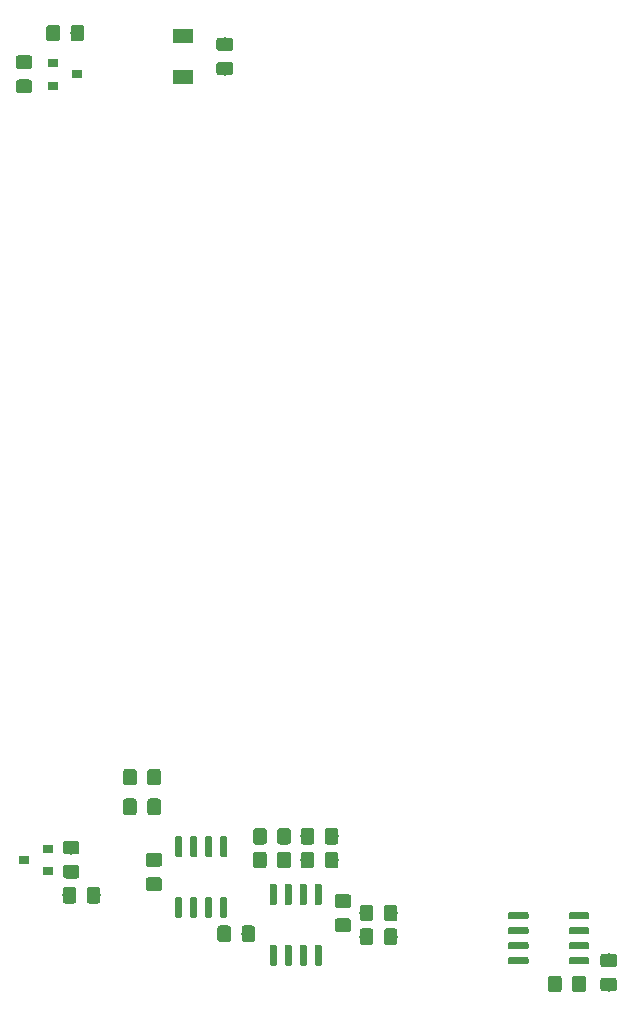
<source format=gtp>
G04 #@! TF.GenerationSoftware,KiCad,Pcbnew,(5.1.4)-1*
G04 #@! TF.CreationDate,2020-06-04T10:58:22-03:00*
G04 #@! TF.ProjectId,Mod_Temp_Driver,4d6f645f-5465-46d7-905f-447269766572,rev?*
G04 #@! TF.SameCoordinates,Original*
G04 #@! TF.FileFunction,Paste,Top*
G04 #@! TF.FilePolarity,Positive*
%FSLAX46Y46*%
G04 Gerber Fmt 4.6, Leading zero omitted, Abs format (unit mm)*
G04 Created by KiCad (PCBNEW (5.1.4)-1) date 2020-06-04 10:58:22*
%MOMM*%
%LPD*%
G04 APERTURE LIST*
%ADD10C,0.100000*%
%ADD11C,1.150000*%
%ADD12R,1.700000X1.300000*%
%ADD13C,0.600000*%
%ADD14R,0.900000X0.800000*%
G04 APERTURE END LIST*
D10*
G36*
X97824505Y-121801204D02*
G01*
X97848773Y-121804804D01*
X97872572Y-121810765D01*
X97895671Y-121819030D01*
X97917850Y-121829520D01*
X97938893Y-121842132D01*
X97958599Y-121856747D01*
X97976777Y-121873223D01*
X97993253Y-121891401D01*
X98007868Y-121911107D01*
X98020480Y-121932150D01*
X98030970Y-121954329D01*
X98039235Y-121977428D01*
X98045196Y-122001227D01*
X98048796Y-122025495D01*
X98050000Y-122049999D01*
X98050000Y-122950001D01*
X98048796Y-122974505D01*
X98045196Y-122998773D01*
X98039235Y-123022572D01*
X98030970Y-123045671D01*
X98020480Y-123067850D01*
X98007868Y-123088893D01*
X97993253Y-123108599D01*
X97976777Y-123126777D01*
X97958599Y-123143253D01*
X97938893Y-123157868D01*
X97917850Y-123170480D01*
X97895671Y-123180970D01*
X97872572Y-123189235D01*
X97848773Y-123195196D01*
X97824505Y-123198796D01*
X97800001Y-123200000D01*
X97149999Y-123200000D01*
X97125495Y-123198796D01*
X97101227Y-123195196D01*
X97077428Y-123189235D01*
X97054329Y-123180970D01*
X97032150Y-123170480D01*
X97011107Y-123157868D01*
X96991401Y-123143253D01*
X96973223Y-123126777D01*
X96956747Y-123108599D01*
X96942132Y-123088893D01*
X96929520Y-123067850D01*
X96919030Y-123045671D01*
X96910765Y-123022572D01*
X96904804Y-122998773D01*
X96901204Y-122974505D01*
X96900000Y-122950001D01*
X96900000Y-122049999D01*
X96901204Y-122025495D01*
X96904804Y-122001227D01*
X96910765Y-121977428D01*
X96919030Y-121954329D01*
X96929520Y-121932150D01*
X96942132Y-121911107D01*
X96956747Y-121891401D01*
X96973223Y-121873223D01*
X96991401Y-121856747D01*
X97011107Y-121842132D01*
X97032150Y-121829520D01*
X97054329Y-121819030D01*
X97077428Y-121810765D01*
X97101227Y-121804804D01*
X97125495Y-121801204D01*
X97149999Y-121800000D01*
X97800001Y-121800000D01*
X97824505Y-121801204D01*
X97824505Y-121801204D01*
G37*
D11*
X97475000Y-122500000D03*
D10*
G36*
X99874505Y-121801204D02*
G01*
X99898773Y-121804804D01*
X99922572Y-121810765D01*
X99945671Y-121819030D01*
X99967850Y-121829520D01*
X99988893Y-121842132D01*
X100008599Y-121856747D01*
X100026777Y-121873223D01*
X100043253Y-121891401D01*
X100057868Y-121911107D01*
X100070480Y-121932150D01*
X100080970Y-121954329D01*
X100089235Y-121977428D01*
X100095196Y-122001227D01*
X100098796Y-122025495D01*
X100100000Y-122049999D01*
X100100000Y-122950001D01*
X100098796Y-122974505D01*
X100095196Y-122998773D01*
X100089235Y-123022572D01*
X100080970Y-123045671D01*
X100070480Y-123067850D01*
X100057868Y-123088893D01*
X100043253Y-123108599D01*
X100026777Y-123126777D01*
X100008599Y-123143253D01*
X99988893Y-123157868D01*
X99967850Y-123170480D01*
X99945671Y-123180970D01*
X99922572Y-123189235D01*
X99898773Y-123195196D01*
X99874505Y-123198796D01*
X99850001Y-123200000D01*
X99199999Y-123200000D01*
X99175495Y-123198796D01*
X99151227Y-123195196D01*
X99127428Y-123189235D01*
X99104329Y-123180970D01*
X99082150Y-123170480D01*
X99061107Y-123157868D01*
X99041401Y-123143253D01*
X99023223Y-123126777D01*
X99006747Y-123108599D01*
X98992132Y-123088893D01*
X98979520Y-123067850D01*
X98969030Y-123045671D01*
X98960765Y-123022572D01*
X98954804Y-122998773D01*
X98951204Y-122974505D01*
X98950000Y-122950001D01*
X98950000Y-122049999D01*
X98951204Y-122025495D01*
X98954804Y-122001227D01*
X98960765Y-121977428D01*
X98969030Y-121954329D01*
X98979520Y-121932150D01*
X98992132Y-121911107D01*
X99006747Y-121891401D01*
X99023223Y-121873223D01*
X99041401Y-121856747D01*
X99061107Y-121842132D01*
X99082150Y-121829520D01*
X99104329Y-121819030D01*
X99127428Y-121810765D01*
X99151227Y-121804804D01*
X99175495Y-121801204D01*
X99199999Y-121800000D01*
X99850001Y-121800000D01*
X99874505Y-121801204D01*
X99874505Y-121801204D01*
G37*
D11*
X99525000Y-122500000D03*
D10*
G36*
X97824505Y-124301204D02*
G01*
X97848773Y-124304804D01*
X97872572Y-124310765D01*
X97895671Y-124319030D01*
X97917850Y-124329520D01*
X97938893Y-124342132D01*
X97958599Y-124356747D01*
X97976777Y-124373223D01*
X97993253Y-124391401D01*
X98007868Y-124411107D01*
X98020480Y-124432150D01*
X98030970Y-124454329D01*
X98039235Y-124477428D01*
X98045196Y-124501227D01*
X98048796Y-124525495D01*
X98050000Y-124549999D01*
X98050000Y-125450001D01*
X98048796Y-125474505D01*
X98045196Y-125498773D01*
X98039235Y-125522572D01*
X98030970Y-125545671D01*
X98020480Y-125567850D01*
X98007868Y-125588893D01*
X97993253Y-125608599D01*
X97976777Y-125626777D01*
X97958599Y-125643253D01*
X97938893Y-125657868D01*
X97917850Y-125670480D01*
X97895671Y-125680970D01*
X97872572Y-125689235D01*
X97848773Y-125695196D01*
X97824505Y-125698796D01*
X97800001Y-125700000D01*
X97149999Y-125700000D01*
X97125495Y-125698796D01*
X97101227Y-125695196D01*
X97077428Y-125689235D01*
X97054329Y-125680970D01*
X97032150Y-125670480D01*
X97011107Y-125657868D01*
X96991401Y-125643253D01*
X96973223Y-125626777D01*
X96956747Y-125608599D01*
X96942132Y-125588893D01*
X96929520Y-125567850D01*
X96919030Y-125545671D01*
X96910765Y-125522572D01*
X96904804Y-125498773D01*
X96901204Y-125474505D01*
X96900000Y-125450001D01*
X96900000Y-124549999D01*
X96901204Y-124525495D01*
X96904804Y-124501227D01*
X96910765Y-124477428D01*
X96919030Y-124454329D01*
X96929520Y-124432150D01*
X96942132Y-124411107D01*
X96956747Y-124391401D01*
X96973223Y-124373223D01*
X96991401Y-124356747D01*
X97011107Y-124342132D01*
X97032150Y-124329520D01*
X97054329Y-124319030D01*
X97077428Y-124310765D01*
X97101227Y-124304804D01*
X97125495Y-124301204D01*
X97149999Y-124300000D01*
X97800001Y-124300000D01*
X97824505Y-124301204D01*
X97824505Y-124301204D01*
G37*
D11*
X97475000Y-125000000D03*
D10*
G36*
X99874505Y-124301204D02*
G01*
X99898773Y-124304804D01*
X99922572Y-124310765D01*
X99945671Y-124319030D01*
X99967850Y-124329520D01*
X99988893Y-124342132D01*
X100008599Y-124356747D01*
X100026777Y-124373223D01*
X100043253Y-124391401D01*
X100057868Y-124411107D01*
X100070480Y-124432150D01*
X100080970Y-124454329D01*
X100089235Y-124477428D01*
X100095196Y-124501227D01*
X100098796Y-124525495D01*
X100100000Y-124549999D01*
X100100000Y-125450001D01*
X100098796Y-125474505D01*
X100095196Y-125498773D01*
X100089235Y-125522572D01*
X100080970Y-125545671D01*
X100070480Y-125567850D01*
X100057868Y-125588893D01*
X100043253Y-125608599D01*
X100026777Y-125626777D01*
X100008599Y-125643253D01*
X99988893Y-125657868D01*
X99967850Y-125670480D01*
X99945671Y-125680970D01*
X99922572Y-125689235D01*
X99898773Y-125695196D01*
X99874505Y-125698796D01*
X99850001Y-125700000D01*
X99199999Y-125700000D01*
X99175495Y-125698796D01*
X99151227Y-125695196D01*
X99127428Y-125689235D01*
X99104329Y-125680970D01*
X99082150Y-125670480D01*
X99061107Y-125657868D01*
X99041401Y-125643253D01*
X99023223Y-125626777D01*
X99006747Y-125608599D01*
X98992132Y-125588893D01*
X98979520Y-125567850D01*
X98969030Y-125545671D01*
X98960765Y-125522572D01*
X98954804Y-125498773D01*
X98951204Y-125474505D01*
X98950000Y-125450001D01*
X98950000Y-124549999D01*
X98951204Y-124525495D01*
X98954804Y-124501227D01*
X98960765Y-124477428D01*
X98969030Y-124454329D01*
X98979520Y-124432150D01*
X98992132Y-124411107D01*
X99006747Y-124391401D01*
X99023223Y-124373223D01*
X99041401Y-124356747D01*
X99061107Y-124342132D01*
X99082150Y-124329520D01*
X99104329Y-124319030D01*
X99127428Y-124310765D01*
X99151227Y-124304804D01*
X99175495Y-124301204D01*
X99199999Y-124300000D01*
X99850001Y-124300000D01*
X99874505Y-124301204D01*
X99874505Y-124301204D01*
G37*
D11*
X99525000Y-125000000D03*
D12*
X102000000Y-63250000D03*
X102000000Y-59750000D03*
D10*
G36*
X136239703Y-133930722D02*
G01*
X136254264Y-133932882D01*
X136268543Y-133936459D01*
X136282403Y-133941418D01*
X136295710Y-133947712D01*
X136308336Y-133955280D01*
X136320159Y-133964048D01*
X136331066Y-133973934D01*
X136340952Y-133984841D01*
X136349720Y-133996664D01*
X136357288Y-134009290D01*
X136363582Y-134022597D01*
X136368541Y-134036457D01*
X136372118Y-134050736D01*
X136374278Y-134065297D01*
X136375000Y-134080000D01*
X136375000Y-134380000D01*
X136374278Y-134394703D01*
X136372118Y-134409264D01*
X136368541Y-134423543D01*
X136363582Y-134437403D01*
X136357288Y-134450710D01*
X136349720Y-134463336D01*
X136340952Y-134475159D01*
X136331066Y-134486066D01*
X136320159Y-134495952D01*
X136308336Y-134504720D01*
X136295710Y-134512288D01*
X136282403Y-134518582D01*
X136268543Y-134523541D01*
X136254264Y-134527118D01*
X136239703Y-134529278D01*
X136225000Y-134530000D01*
X134775000Y-134530000D01*
X134760297Y-134529278D01*
X134745736Y-134527118D01*
X134731457Y-134523541D01*
X134717597Y-134518582D01*
X134704290Y-134512288D01*
X134691664Y-134504720D01*
X134679841Y-134495952D01*
X134668934Y-134486066D01*
X134659048Y-134475159D01*
X134650280Y-134463336D01*
X134642712Y-134450710D01*
X134636418Y-134437403D01*
X134631459Y-134423543D01*
X134627882Y-134409264D01*
X134625722Y-134394703D01*
X134625000Y-134380000D01*
X134625000Y-134080000D01*
X134625722Y-134065297D01*
X134627882Y-134050736D01*
X134631459Y-134036457D01*
X134636418Y-134022597D01*
X134642712Y-134009290D01*
X134650280Y-133996664D01*
X134659048Y-133984841D01*
X134668934Y-133973934D01*
X134679841Y-133964048D01*
X134691664Y-133955280D01*
X134704290Y-133947712D01*
X134717597Y-133941418D01*
X134731457Y-133936459D01*
X134745736Y-133932882D01*
X134760297Y-133930722D01*
X134775000Y-133930000D01*
X136225000Y-133930000D01*
X136239703Y-133930722D01*
X136239703Y-133930722D01*
G37*
D13*
X135500000Y-134230000D03*
D10*
G36*
X136239703Y-135200722D02*
G01*
X136254264Y-135202882D01*
X136268543Y-135206459D01*
X136282403Y-135211418D01*
X136295710Y-135217712D01*
X136308336Y-135225280D01*
X136320159Y-135234048D01*
X136331066Y-135243934D01*
X136340952Y-135254841D01*
X136349720Y-135266664D01*
X136357288Y-135279290D01*
X136363582Y-135292597D01*
X136368541Y-135306457D01*
X136372118Y-135320736D01*
X136374278Y-135335297D01*
X136375000Y-135350000D01*
X136375000Y-135650000D01*
X136374278Y-135664703D01*
X136372118Y-135679264D01*
X136368541Y-135693543D01*
X136363582Y-135707403D01*
X136357288Y-135720710D01*
X136349720Y-135733336D01*
X136340952Y-135745159D01*
X136331066Y-135756066D01*
X136320159Y-135765952D01*
X136308336Y-135774720D01*
X136295710Y-135782288D01*
X136282403Y-135788582D01*
X136268543Y-135793541D01*
X136254264Y-135797118D01*
X136239703Y-135799278D01*
X136225000Y-135800000D01*
X134775000Y-135800000D01*
X134760297Y-135799278D01*
X134745736Y-135797118D01*
X134731457Y-135793541D01*
X134717597Y-135788582D01*
X134704290Y-135782288D01*
X134691664Y-135774720D01*
X134679841Y-135765952D01*
X134668934Y-135756066D01*
X134659048Y-135745159D01*
X134650280Y-135733336D01*
X134642712Y-135720710D01*
X134636418Y-135707403D01*
X134631459Y-135693543D01*
X134627882Y-135679264D01*
X134625722Y-135664703D01*
X134625000Y-135650000D01*
X134625000Y-135350000D01*
X134625722Y-135335297D01*
X134627882Y-135320736D01*
X134631459Y-135306457D01*
X134636418Y-135292597D01*
X134642712Y-135279290D01*
X134650280Y-135266664D01*
X134659048Y-135254841D01*
X134668934Y-135243934D01*
X134679841Y-135234048D01*
X134691664Y-135225280D01*
X134704290Y-135217712D01*
X134717597Y-135211418D01*
X134731457Y-135206459D01*
X134745736Y-135202882D01*
X134760297Y-135200722D01*
X134775000Y-135200000D01*
X136225000Y-135200000D01*
X136239703Y-135200722D01*
X136239703Y-135200722D01*
G37*
D13*
X135500000Y-135500000D03*
D10*
G36*
X136239703Y-136470722D02*
G01*
X136254264Y-136472882D01*
X136268543Y-136476459D01*
X136282403Y-136481418D01*
X136295710Y-136487712D01*
X136308336Y-136495280D01*
X136320159Y-136504048D01*
X136331066Y-136513934D01*
X136340952Y-136524841D01*
X136349720Y-136536664D01*
X136357288Y-136549290D01*
X136363582Y-136562597D01*
X136368541Y-136576457D01*
X136372118Y-136590736D01*
X136374278Y-136605297D01*
X136375000Y-136620000D01*
X136375000Y-136920000D01*
X136374278Y-136934703D01*
X136372118Y-136949264D01*
X136368541Y-136963543D01*
X136363582Y-136977403D01*
X136357288Y-136990710D01*
X136349720Y-137003336D01*
X136340952Y-137015159D01*
X136331066Y-137026066D01*
X136320159Y-137035952D01*
X136308336Y-137044720D01*
X136295710Y-137052288D01*
X136282403Y-137058582D01*
X136268543Y-137063541D01*
X136254264Y-137067118D01*
X136239703Y-137069278D01*
X136225000Y-137070000D01*
X134775000Y-137070000D01*
X134760297Y-137069278D01*
X134745736Y-137067118D01*
X134731457Y-137063541D01*
X134717597Y-137058582D01*
X134704290Y-137052288D01*
X134691664Y-137044720D01*
X134679841Y-137035952D01*
X134668934Y-137026066D01*
X134659048Y-137015159D01*
X134650280Y-137003336D01*
X134642712Y-136990710D01*
X134636418Y-136977403D01*
X134631459Y-136963543D01*
X134627882Y-136949264D01*
X134625722Y-136934703D01*
X134625000Y-136920000D01*
X134625000Y-136620000D01*
X134625722Y-136605297D01*
X134627882Y-136590736D01*
X134631459Y-136576457D01*
X134636418Y-136562597D01*
X134642712Y-136549290D01*
X134650280Y-136536664D01*
X134659048Y-136524841D01*
X134668934Y-136513934D01*
X134679841Y-136504048D01*
X134691664Y-136495280D01*
X134704290Y-136487712D01*
X134717597Y-136481418D01*
X134731457Y-136476459D01*
X134745736Y-136472882D01*
X134760297Y-136470722D01*
X134775000Y-136470000D01*
X136225000Y-136470000D01*
X136239703Y-136470722D01*
X136239703Y-136470722D01*
G37*
D13*
X135500000Y-136770000D03*
D10*
G36*
X136239703Y-137740722D02*
G01*
X136254264Y-137742882D01*
X136268543Y-137746459D01*
X136282403Y-137751418D01*
X136295710Y-137757712D01*
X136308336Y-137765280D01*
X136320159Y-137774048D01*
X136331066Y-137783934D01*
X136340952Y-137794841D01*
X136349720Y-137806664D01*
X136357288Y-137819290D01*
X136363582Y-137832597D01*
X136368541Y-137846457D01*
X136372118Y-137860736D01*
X136374278Y-137875297D01*
X136375000Y-137890000D01*
X136375000Y-138190000D01*
X136374278Y-138204703D01*
X136372118Y-138219264D01*
X136368541Y-138233543D01*
X136363582Y-138247403D01*
X136357288Y-138260710D01*
X136349720Y-138273336D01*
X136340952Y-138285159D01*
X136331066Y-138296066D01*
X136320159Y-138305952D01*
X136308336Y-138314720D01*
X136295710Y-138322288D01*
X136282403Y-138328582D01*
X136268543Y-138333541D01*
X136254264Y-138337118D01*
X136239703Y-138339278D01*
X136225000Y-138340000D01*
X134775000Y-138340000D01*
X134760297Y-138339278D01*
X134745736Y-138337118D01*
X134731457Y-138333541D01*
X134717597Y-138328582D01*
X134704290Y-138322288D01*
X134691664Y-138314720D01*
X134679841Y-138305952D01*
X134668934Y-138296066D01*
X134659048Y-138285159D01*
X134650280Y-138273336D01*
X134642712Y-138260710D01*
X134636418Y-138247403D01*
X134631459Y-138233543D01*
X134627882Y-138219264D01*
X134625722Y-138204703D01*
X134625000Y-138190000D01*
X134625000Y-137890000D01*
X134625722Y-137875297D01*
X134627882Y-137860736D01*
X134631459Y-137846457D01*
X134636418Y-137832597D01*
X134642712Y-137819290D01*
X134650280Y-137806664D01*
X134659048Y-137794841D01*
X134668934Y-137783934D01*
X134679841Y-137774048D01*
X134691664Y-137765280D01*
X134704290Y-137757712D01*
X134717597Y-137751418D01*
X134731457Y-137746459D01*
X134745736Y-137742882D01*
X134760297Y-137740722D01*
X134775000Y-137740000D01*
X136225000Y-137740000D01*
X136239703Y-137740722D01*
X136239703Y-137740722D01*
G37*
D13*
X135500000Y-138040000D03*
D10*
G36*
X131089703Y-137740722D02*
G01*
X131104264Y-137742882D01*
X131118543Y-137746459D01*
X131132403Y-137751418D01*
X131145710Y-137757712D01*
X131158336Y-137765280D01*
X131170159Y-137774048D01*
X131181066Y-137783934D01*
X131190952Y-137794841D01*
X131199720Y-137806664D01*
X131207288Y-137819290D01*
X131213582Y-137832597D01*
X131218541Y-137846457D01*
X131222118Y-137860736D01*
X131224278Y-137875297D01*
X131225000Y-137890000D01*
X131225000Y-138190000D01*
X131224278Y-138204703D01*
X131222118Y-138219264D01*
X131218541Y-138233543D01*
X131213582Y-138247403D01*
X131207288Y-138260710D01*
X131199720Y-138273336D01*
X131190952Y-138285159D01*
X131181066Y-138296066D01*
X131170159Y-138305952D01*
X131158336Y-138314720D01*
X131145710Y-138322288D01*
X131132403Y-138328582D01*
X131118543Y-138333541D01*
X131104264Y-138337118D01*
X131089703Y-138339278D01*
X131075000Y-138340000D01*
X129625000Y-138340000D01*
X129610297Y-138339278D01*
X129595736Y-138337118D01*
X129581457Y-138333541D01*
X129567597Y-138328582D01*
X129554290Y-138322288D01*
X129541664Y-138314720D01*
X129529841Y-138305952D01*
X129518934Y-138296066D01*
X129509048Y-138285159D01*
X129500280Y-138273336D01*
X129492712Y-138260710D01*
X129486418Y-138247403D01*
X129481459Y-138233543D01*
X129477882Y-138219264D01*
X129475722Y-138204703D01*
X129475000Y-138190000D01*
X129475000Y-137890000D01*
X129475722Y-137875297D01*
X129477882Y-137860736D01*
X129481459Y-137846457D01*
X129486418Y-137832597D01*
X129492712Y-137819290D01*
X129500280Y-137806664D01*
X129509048Y-137794841D01*
X129518934Y-137783934D01*
X129529841Y-137774048D01*
X129541664Y-137765280D01*
X129554290Y-137757712D01*
X129567597Y-137751418D01*
X129581457Y-137746459D01*
X129595736Y-137742882D01*
X129610297Y-137740722D01*
X129625000Y-137740000D01*
X131075000Y-137740000D01*
X131089703Y-137740722D01*
X131089703Y-137740722D01*
G37*
D13*
X130350000Y-138040000D03*
D10*
G36*
X131089703Y-136470722D02*
G01*
X131104264Y-136472882D01*
X131118543Y-136476459D01*
X131132403Y-136481418D01*
X131145710Y-136487712D01*
X131158336Y-136495280D01*
X131170159Y-136504048D01*
X131181066Y-136513934D01*
X131190952Y-136524841D01*
X131199720Y-136536664D01*
X131207288Y-136549290D01*
X131213582Y-136562597D01*
X131218541Y-136576457D01*
X131222118Y-136590736D01*
X131224278Y-136605297D01*
X131225000Y-136620000D01*
X131225000Y-136920000D01*
X131224278Y-136934703D01*
X131222118Y-136949264D01*
X131218541Y-136963543D01*
X131213582Y-136977403D01*
X131207288Y-136990710D01*
X131199720Y-137003336D01*
X131190952Y-137015159D01*
X131181066Y-137026066D01*
X131170159Y-137035952D01*
X131158336Y-137044720D01*
X131145710Y-137052288D01*
X131132403Y-137058582D01*
X131118543Y-137063541D01*
X131104264Y-137067118D01*
X131089703Y-137069278D01*
X131075000Y-137070000D01*
X129625000Y-137070000D01*
X129610297Y-137069278D01*
X129595736Y-137067118D01*
X129581457Y-137063541D01*
X129567597Y-137058582D01*
X129554290Y-137052288D01*
X129541664Y-137044720D01*
X129529841Y-137035952D01*
X129518934Y-137026066D01*
X129509048Y-137015159D01*
X129500280Y-137003336D01*
X129492712Y-136990710D01*
X129486418Y-136977403D01*
X129481459Y-136963543D01*
X129477882Y-136949264D01*
X129475722Y-136934703D01*
X129475000Y-136920000D01*
X129475000Y-136620000D01*
X129475722Y-136605297D01*
X129477882Y-136590736D01*
X129481459Y-136576457D01*
X129486418Y-136562597D01*
X129492712Y-136549290D01*
X129500280Y-136536664D01*
X129509048Y-136524841D01*
X129518934Y-136513934D01*
X129529841Y-136504048D01*
X129541664Y-136495280D01*
X129554290Y-136487712D01*
X129567597Y-136481418D01*
X129581457Y-136476459D01*
X129595736Y-136472882D01*
X129610297Y-136470722D01*
X129625000Y-136470000D01*
X131075000Y-136470000D01*
X131089703Y-136470722D01*
X131089703Y-136470722D01*
G37*
D13*
X130350000Y-136770000D03*
D10*
G36*
X131089703Y-135200722D02*
G01*
X131104264Y-135202882D01*
X131118543Y-135206459D01*
X131132403Y-135211418D01*
X131145710Y-135217712D01*
X131158336Y-135225280D01*
X131170159Y-135234048D01*
X131181066Y-135243934D01*
X131190952Y-135254841D01*
X131199720Y-135266664D01*
X131207288Y-135279290D01*
X131213582Y-135292597D01*
X131218541Y-135306457D01*
X131222118Y-135320736D01*
X131224278Y-135335297D01*
X131225000Y-135350000D01*
X131225000Y-135650000D01*
X131224278Y-135664703D01*
X131222118Y-135679264D01*
X131218541Y-135693543D01*
X131213582Y-135707403D01*
X131207288Y-135720710D01*
X131199720Y-135733336D01*
X131190952Y-135745159D01*
X131181066Y-135756066D01*
X131170159Y-135765952D01*
X131158336Y-135774720D01*
X131145710Y-135782288D01*
X131132403Y-135788582D01*
X131118543Y-135793541D01*
X131104264Y-135797118D01*
X131089703Y-135799278D01*
X131075000Y-135800000D01*
X129625000Y-135800000D01*
X129610297Y-135799278D01*
X129595736Y-135797118D01*
X129581457Y-135793541D01*
X129567597Y-135788582D01*
X129554290Y-135782288D01*
X129541664Y-135774720D01*
X129529841Y-135765952D01*
X129518934Y-135756066D01*
X129509048Y-135745159D01*
X129500280Y-135733336D01*
X129492712Y-135720710D01*
X129486418Y-135707403D01*
X129481459Y-135693543D01*
X129477882Y-135679264D01*
X129475722Y-135664703D01*
X129475000Y-135650000D01*
X129475000Y-135350000D01*
X129475722Y-135335297D01*
X129477882Y-135320736D01*
X129481459Y-135306457D01*
X129486418Y-135292597D01*
X129492712Y-135279290D01*
X129500280Y-135266664D01*
X129509048Y-135254841D01*
X129518934Y-135243934D01*
X129529841Y-135234048D01*
X129541664Y-135225280D01*
X129554290Y-135217712D01*
X129567597Y-135211418D01*
X129581457Y-135206459D01*
X129595736Y-135202882D01*
X129610297Y-135200722D01*
X129625000Y-135200000D01*
X131075000Y-135200000D01*
X131089703Y-135200722D01*
X131089703Y-135200722D01*
G37*
D13*
X130350000Y-135500000D03*
D10*
G36*
X131089703Y-133930722D02*
G01*
X131104264Y-133932882D01*
X131118543Y-133936459D01*
X131132403Y-133941418D01*
X131145710Y-133947712D01*
X131158336Y-133955280D01*
X131170159Y-133964048D01*
X131181066Y-133973934D01*
X131190952Y-133984841D01*
X131199720Y-133996664D01*
X131207288Y-134009290D01*
X131213582Y-134022597D01*
X131218541Y-134036457D01*
X131222118Y-134050736D01*
X131224278Y-134065297D01*
X131225000Y-134080000D01*
X131225000Y-134380000D01*
X131224278Y-134394703D01*
X131222118Y-134409264D01*
X131218541Y-134423543D01*
X131213582Y-134437403D01*
X131207288Y-134450710D01*
X131199720Y-134463336D01*
X131190952Y-134475159D01*
X131181066Y-134486066D01*
X131170159Y-134495952D01*
X131158336Y-134504720D01*
X131145710Y-134512288D01*
X131132403Y-134518582D01*
X131118543Y-134523541D01*
X131104264Y-134527118D01*
X131089703Y-134529278D01*
X131075000Y-134530000D01*
X129625000Y-134530000D01*
X129610297Y-134529278D01*
X129595736Y-134527118D01*
X129581457Y-134523541D01*
X129567597Y-134518582D01*
X129554290Y-134512288D01*
X129541664Y-134504720D01*
X129529841Y-134495952D01*
X129518934Y-134486066D01*
X129509048Y-134475159D01*
X129500280Y-134463336D01*
X129492712Y-134450710D01*
X129486418Y-134437403D01*
X129481459Y-134423543D01*
X129477882Y-134409264D01*
X129475722Y-134394703D01*
X129475000Y-134380000D01*
X129475000Y-134080000D01*
X129475722Y-134065297D01*
X129477882Y-134050736D01*
X129481459Y-134036457D01*
X129486418Y-134022597D01*
X129492712Y-134009290D01*
X129500280Y-133996664D01*
X129509048Y-133984841D01*
X129518934Y-133973934D01*
X129529841Y-133964048D01*
X129541664Y-133955280D01*
X129554290Y-133947712D01*
X129567597Y-133941418D01*
X129581457Y-133936459D01*
X129595736Y-133932882D01*
X129610297Y-133930722D01*
X129625000Y-133930000D01*
X131075000Y-133930000D01*
X131089703Y-133930722D01*
X131089703Y-133930722D01*
G37*
D13*
X130350000Y-134230000D03*
D10*
G36*
X113569703Y-136700722D02*
G01*
X113584264Y-136702882D01*
X113598543Y-136706459D01*
X113612403Y-136711418D01*
X113625710Y-136717712D01*
X113638336Y-136725280D01*
X113650159Y-136734048D01*
X113661066Y-136743934D01*
X113670952Y-136754841D01*
X113679720Y-136766664D01*
X113687288Y-136779290D01*
X113693582Y-136792597D01*
X113698541Y-136806457D01*
X113702118Y-136820736D01*
X113704278Y-136835297D01*
X113705000Y-136850000D01*
X113705000Y-138300000D01*
X113704278Y-138314703D01*
X113702118Y-138329264D01*
X113698541Y-138343543D01*
X113693582Y-138357403D01*
X113687288Y-138370710D01*
X113679720Y-138383336D01*
X113670952Y-138395159D01*
X113661066Y-138406066D01*
X113650159Y-138415952D01*
X113638336Y-138424720D01*
X113625710Y-138432288D01*
X113612403Y-138438582D01*
X113598543Y-138443541D01*
X113584264Y-138447118D01*
X113569703Y-138449278D01*
X113555000Y-138450000D01*
X113255000Y-138450000D01*
X113240297Y-138449278D01*
X113225736Y-138447118D01*
X113211457Y-138443541D01*
X113197597Y-138438582D01*
X113184290Y-138432288D01*
X113171664Y-138424720D01*
X113159841Y-138415952D01*
X113148934Y-138406066D01*
X113139048Y-138395159D01*
X113130280Y-138383336D01*
X113122712Y-138370710D01*
X113116418Y-138357403D01*
X113111459Y-138343543D01*
X113107882Y-138329264D01*
X113105722Y-138314703D01*
X113105000Y-138300000D01*
X113105000Y-136850000D01*
X113105722Y-136835297D01*
X113107882Y-136820736D01*
X113111459Y-136806457D01*
X113116418Y-136792597D01*
X113122712Y-136779290D01*
X113130280Y-136766664D01*
X113139048Y-136754841D01*
X113148934Y-136743934D01*
X113159841Y-136734048D01*
X113171664Y-136725280D01*
X113184290Y-136717712D01*
X113197597Y-136711418D01*
X113211457Y-136706459D01*
X113225736Y-136702882D01*
X113240297Y-136700722D01*
X113255000Y-136700000D01*
X113555000Y-136700000D01*
X113569703Y-136700722D01*
X113569703Y-136700722D01*
G37*
D13*
X113405000Y-137575000D03*
D10*
G36*
X112299703Y-136700722D02*
G01*
X112314264Y-136702882D01*
X112328543Y-136706459D01*
X112342403Y-136711418D01*
X112355710Y-136717712D01*
X112368336Y-136725280D01*
X112380159Y-136734048D01*
X112391066Y-136743934D01*
X112400952Y-136754841D01*
X112409720Y-136766664D01*
X112417288Y-136779290D01*
X112423582Y-136792597D01*
X112428541Y-136806457D01*
X112432118Y-136820736D01*
X112434278Y-136835297D01*
X112435000Y-136850000D01*
X112435000Y-138300000D01*
X112434278Y-138314703D01*
X112432118Y-138329264D01*
X112428541Y-138343543D01*
X112423582Y-138357403D01*
X112417288Y-138370710D01*
X112409720Y-138383336D01*
X112400952Y-138395159D01*
X112391066Y-138406066D01*
X112380159Y-138415952D01*
X112368336Y-138424720D01*
X112355710Y-138432288D01*
X112342403Y-138438582D01*
X112328543Y-138443541D01*
X112314264Y-138447118D01*
X112299703Y-138449278D01*
X112285000Y-138450000D01*
X111985000Y-138450000D01*
X111970297Y-138449278D01*
X111955736Y-138447118D01*
X111941457Y-138443541D01*
X111927597Y-138438582D01*
X111914290Y-138432288D01*
X111901664Y-138424720D01*
X111889841Y-138415952D01*
X111878934Y-138406066D01*
X111869048Y-138395159D01*
X111860280Y-138383336D01*
X111852712Y-138370710D01*
X111846418Y-138357403D01*
X111841459Y-138343543D01*
X111837882Y-138329264D01*
X111835722Y-138314703D01*
X111835000Y-138300000D01*
X111835000Y-136850000D01*
X111835722Y-136835297D01*
X111837882Y-136820736D01*
X111841459Y-136806457D01*
X111846418Y-136792597D01*
X111852712Y-136779290D01*
X111860280Y-136766664D01*
X111869048Y-136754841D01*
X111878934Y-136743934D01*
X111889841Y-136734048D01*
X111901664Y-136725280D01*
X111914290Y-136717712D01*
X111927597Y-136711418D01*
X111941457Y-136706459D01*
X111955736Y-136702882D01*
X111970297Y-136700722D01*
X111985000Y-136700000D01*
X112285000Y-136700000D01*
X112299703Y-136700722D01*
X112299703Y-136700722D01*
G37*
D13*
X112135000Y-137575000D03*
D10*
G36*
X111029703Y-136700722D02*
G01*
X111044264Y-136702882D01*
X111058543Y-136706459D01*
X111072403Y-136711418D01*
X111085710Y-136717712D01*
X111098336Y-136725280D01*
X111110159Y-136734048D01*
X111121066Y-136743934D01*
X111130952Y-136754841D01*
X111139720Y-136766664D01*
X111147288Y-136779290D01*
X111153582Y-136792597D01*
X111158541Y-136806457D01*
X111162118Y-136820736D01*
X111164278Y-136835297D01*
X111165000Y-136850000D01*
X111165000Y-138300000D01*
X111164278Y-138314703D01*
X111162118Y-138329264D01*
X111158541Y-138343543D01*
X111153582Y-138357403D01*
X111147288Y-138370710D01*
X111139720Y-138383336D01*
X111130952Y-138395159D01*
X111121066Y-138406066D01*
X111110159Y-138415952D01*
X111098336Y-138424720D01*
X111085710Y-138432288D01*
X111072403Y-138438582D01*
X111058543Y-138443541D01*
X111044264Y-138447118D01*
X111029703Y-138449278D01*
X111015000Y-138450000D01*
X110715000Y-138450000D01*
X110700297Y-138449278D01*
X110685736Y-138447118D01*
X110671457Y-138443541D01*
X110657597Y-138438582D01*
X110644290Y-138432288D01*
X110631664Y-138424720D01*
X110619841Y-138415952D01*
X110608934Y-138406066D01*
X110599048Y-138395159D01*
X110590280Y-138383336D01*
X110582712Y-138370710D01*
X110576418Y-138357403D01*
X110571459Y-138343543D01*
X110567882Y-138329264D01*
X110565722Y-138314703D01*
X110565000Y-138300000D01*
X110565000Y-136850000D01*
X110565722Y-136835297D01*
X110567882Y-136820736D01*
X110571459Y-136806457D01*
X110576418Y-136792597D01*
X110582712Y-136779290D01*
X110590280Y-136766664D01*
X110599048Y-136754841D01*
X110608934Y-136743934D01*
X110619841Y-136734048D01*
X110631664Y-136725280D01*
X110644290Y-136717712D01*
X110657597Y-136711418D01*
X110671457Y-136706459D01*
X110685736Y-136702882D01*
X110700297Y-136700722D01*
X110715000Y-136700000D01*
X111015000Y-136700000D01*
X111029703Y-136700722D01*
X111029703Y-136700722D01*
G37*
D13*
X110865000Y-137575000D03*
D10*
G36*
X109759703Y-136700722D02*
G01*
X109774264Y-136702882D01*
X109788543Y-136706459D01*
X109802403Y-136711418D01*
X109815710Y-136717712D01*
X109828336Y-136725280D01*
X109840159Y-136734048D01*
X109851066Y-136743934D01*
X109860952Y-136754841D01*
X109869720Y-136766664D01*
X109877288Y-136779290D01*
X109883582Y-136792597D01*
X109888541Y-136806457D01*
X109892118Y-136820736D01*
X109894278Y-136835297D01*
X109895000Y-136850000D01*
X109895000Y-138300000D01*
X109894278Y-138314703D01*
X109892118Y-138329264D01*
X109888541Y-138343543D01*
X109883582Y-138357403D01*
X109877288Y-138370710D01*
X109869720Y-138383336D01*
X109860952Y-138395159D01*
X109851066Y-138406066D01*
X109840159Y-138415952D01*
X109828336Y-138424720D01*
X109815710Y-138432288D01*
X109802403Y-138438582D01*
X109788543Y-138443541D01*
X109774264Y-138447118D01*
X109759703Y-138449278D01*
X109745000Y-138450000D01*
X109445000Y-138450000D01*
X109430297Y-138449278D01*
X109415736Y-138447118D01*
X109401457Y-138443541D01*
X109387597Y-138438582D01*
X109374290Y-138432288D01*
X109361664Y-138424720D01*
X109349841Y-138415952D01*
X109338934Y-138406066D01*
X109329048Y-138395159D01*
X109320280Y-138383336D01*
X109312712Y-138370710D01*
X109306418Y-138357403D01*
X109301459Y-138343543D01*
X109297882Y-138329264D01*
X109295722Y-138314703D01*
X109295000Y-138300000D01*
X109295000Y-136850000D01*
X109295722Y-136835297D01*
X109297882Y-136820736D01*
X109301459Y-136806457D01*
X109306418Y-136792597D01*
X109312712Y-136779290D01*
X109320280Y-136766664D01*
X109329048Y-136754841D01*
X109338934Y-136743934D01*
X109349841Y-136734048D01*
X109361664Y-136725280D01*
X109374290Y-136717712D01*
X109387597Y-136711418D01*
X109401457Y-136706459D01*
X109415736Y-136702882D01*
X109430297Y-136700722D01*
X109445000Y-136700000D01*
X109745000Y-136700000D01*
X109759703Y-136700722D01*
X109759703Y-136700722D01*
G37*
D13*
X109595000Y-137575000D03*
D10*
G36*
X109759703Y-131550722D02*
G01*
X109774264Y-131552882D01*
X109788543Y-131556459D01*
X109802403Y-131561418D01*
X109815710Y-131567712D01*
X109828336Y-131575280D01*
X109840159Y-131584048D01*
X109851066Y-131593934D01*
X109860952Y-131604841D01*
X109869720Y-131616664D01*
X109877288Y-131629290D01*
X109883582Y-131642597D01*
X109888541Y-131656457D01*
X109892118Y-131670736D01*
X109894278Y-131685297D01*
X109895000Y-131700000D01*
X109895000Y-133150000D01*
X109894278Y-133164703D01*
X109892118Y-133179264D01*
X109888541Y-133193543D01*
X109883582Y-133207403D01*
X109877288Y-133220710D01*
X109869720Y-133233336D01*
X109860952Y-133245159D01*
X109851066Y-133256066D01*
X109840159Y-133265952D01*
X109828336Y-133274720D01*
X109815710Y-133282288D01*
X109802403Y-133288582D01*
X109788543Y-133293541D01*
X109774264Y-133297118D01*
X109759703Y-133299278D01*
X109745000Y-133300000D01*
X109445000Y-133300000D01*
X109430297Y-133299278D01*
X109415736Y-133297118D01*
X109401457Y-133293541D01*
X109387597Y-133288582D01*
X109374290Y-133282288D01*
X109361664Y-133274720D01*
X109349841Y-133265952D01*
X109338934Y-133256066D01*
X109329048Y-133245159D01*
X109320280Y-133233336D01*
X109312712Y-133220710D01*
X109306418Y-133207403D01*
X109301459Y-133193543D01*
X109297882Y-133179264D01*
X109295722Y-133164703D01*
X109295000Y-133150000D01*
X109295000Y-131700000D01*
X109295722Y-131685297D01*
X109297882Y-131670736D01*
X109301459Y-131656457D01*
X109306418Y-131642597D01*
X109312712Y-131629290D01*
X109320280Y-131616664D01*
X109329048Y-131604841D01*
X109338934Y-131593934D01*
X109349841Y-131584048D01*
X109361664Y-131575280D01*
X109374290Y-131567712D01*
X109387597Y-131561418D01*
X109401457Y-131556459D01*
X109415736Y-131552882D01*
X109430297Y-131550722D01*
X109445000Y-131550000D01*
X109745000Y-131550000D01*
X109759703Y-131550722D01*
X109759703Y-131550722D01*
G37*
D13*
X109595000Y-132425000D03*
D10*
G36*
X111029703Y-131550722D02*
G01*
X111044264Y-131552882D01*
X111058543Y-131556459D01*
X111072403Y-131561418D01*
X111085710Y-131567712D01*
X111098336Y-131575280D01*
X111110159Y-131584048D01*
X111121066Y-131593934D01*
X111130952Y-131604841D01*
X111139720Y-131616664D01*
X111147288Y-131629290D01*
X111153582Y-131642597D01*
X111158541Y-131656457D01*
X111162118Y-131670736D01*
X111164278Y-131685297D01*
X111165000Y-131700000D01*
X111165000Y-133150000D01*
X111164278Y-133164703D01*
X111162118Y-133179264D01*
X111158541Y-133193543D01*
X111153582Y-133207403D01*
X111147288Y-133220710D01*
X111139720Y-133233336D01*
X111130952Y-133245159D01*
X111121066Y-133256066D01*
X111110159Y-133265952D01*
X111098336Y-133274720D01*
X111085710Y-133282288D01*
X111072403Y-133288582D01*
X111058543Y-133293541D01*
X111044264Y-133297118D01*
X111029703Y-133299278D01*
X111015000Y-133300000D01*
X110715000Y-133300000D01*
X110700297Y-133299278D01*
X110685736Y-133297118D01*
X110671457Y-133293541D01*
X110657597Y-133288582D01*
X110644290Y-133282288D01*
X110631664Y-133274720D01*
X110619841Y-133265952D01*
X110608934Y-133256066D01*
X110599048Y-133245159D01*
X110590280Y-133233336D01*
X110582712Y-133220710D01*
X110576418Y-133207403D01*
X110571459Y-133193543D01*
X110567882Y-133179264D01*
X110565722Y-133164703D01*
X110565000Y-133150000D01*
X110565000Y-131700000D01*
X110565722Y-131685297D01*
X110567882Y-131670736D01*
X110571459Y-131656457D01*
X110576418Y-131642597D01*
X110582712Y-131629290D01*
X110590280Y-131616664D01*
X110599048Y-131604841D01*
X110608934Y-131593934D01*
X110619841Y-131584048D01*
X110631664Y-131575280D01*
X110644290Y-131567712D01*
X110657597Y-131561418D01*
X110671457Y-131556459D01*
X110685736Y-131552882D01*
X110700297Y-131550722D01*
X110715000Y-131550000D01*
X111015000Y-131550000D01*
X111029703Y-131550722D01*
X111029703Y-131550722D01*
G37*
D13*
X110865000Y-132425000D03*
D10*
G36*
X112299703Y-131550722D02*
G01*
X112314264Y-131552882D01*
X112328543Y-131556459D01*
X112342403Y-131561418D01*
X112355710Y-131567712D01*
X112368336Y-131575280D01*
X112380159Y-131584048D01*
X112391066Y-131593934D01*
X112400952Y-131604841D01*
X112409720Y-131616664D01*
X112417288Y-131629290D01*
X112423582Y-131642597D01*
X112428541Y-131656457D01*
X112432118Y-131670736D01*
X112434278Y-131685297D01*
X112435000Y-131700000D01*
X112435000Y-133150000D01*
X112434278Y-133164703D01*
X112432118Y-133179264D01*
X112428541Y-133193543D01*
X112423582Y-133207403D01*
X112417288Y-133220710D01*
X112409720Y-133233336D01*
X112400952Y-133245159D01*
X112391066Y-133256066D01*
X112380159Y-133265952D01*
X112368336Y-133274720D01*
X112355710Y-133282288D01*
X112342403Y-133288582D01*
X112328543Y-133293541D01*
X112314264Y-133297118D01*
X112299703Y-133299278D01*
X112285000Y-133300000D01*
X111985000Y-133300000D01*
X111970297Y-133299278D01*
X111955736Y-133297118D01*
X111941457Y-133293541D01*
X111927597Y-133288582D01*
X111914290Y-133282288D01*
X111901664Y-133274720D01*
X111889841Y-133265952D01*
X111878934Y-133256066D01*
X111869048Y-133245159D01*
X111860280Y-133233336D01*
X111852712Y-133220710D01*
X111846418Y-133207403D01*
X111841459Y-133193543D01*
X111837882Y-133179264D01*
X111835722Y-133164703D01*
X111835000Y-133150000D01*
X111835000Y-131700000D01*
X111835722Y-131685297D01*
X111837882Y-131670736D01*
X111841459Y-131656457D01*
X111846418Y-131642597D01*
X111852712Y-131629290D01*
X111860280Y-131616664D01*
X111869048Y-131604841D01*
X111878934Y-131593934D01*
X111889841Y-131584048D01*
X111901664Y-131575280D01*
X111914290Y-131567712D01*
X111927597Y-131561418D01*
X111941457Y-131556459D01*
X111955736Y-131552882D01*
X111970297Y-131550722D01*
X111985000Y-131550000D01*
X112285000Y-131550000D01*
X112299703Y-131550722D01*
X112299703Y-131550722D01*
G37*
D13*
X112135000Y-132425000D03*
D10*
G36*
X113569703Y-131550722D02*
G01*
X113584264Y-131552882D01*
X113598543Y-131556459D01*
X113612403Y-131561418D01*
X113625710Y-131567712D01*
X113638336Y-131575280D01*
X113650159Y-131584048D01*
X113661066Y-131593934D01*
X113670952Y-131604841D01*
X113679720Y-131616664D01*
X113687288Y-131629290D01*
X113693582Y-131642597D01*
X113698541Y-131656457D01*
X113702118Y-131670736D01*
X113704278Y-131685297D01*
X113705000Y-131700000D01*
X113705000Y-133150000D01*
X113704278Y-133164703D01*
X113702118Y-133179264D01*
X113698541Y-133193543D01*
X113693582Y-133207403D01*
X113687288Y-133220710D01*
X113679720Y-133233336D01*
X113670952Y-133245159D01*
X113661066Y-133256066D01*
X113650159Y-133265952D01*
X113638336Y-133274720D01*
X113625710Y-133282288D01*
X113612403Y-133288582D01*
X113598543Y-133293541D01*
X113584264Y-133297118D01*
X113569703Y-133299278D01*
X113555000Y-133300000D01*
X113255000Y-133300000D01*
X113240297Y-133299278D01*
X113225736Y-133297118D01*
X113211457Y-133293541D01*
X113197597Y-133288582D01*
X113184290Y-133282288D01*
X113171664Y-133274720D01*
X113159841Y-133265952D01*
X113148934Y-133256066D01*
X113139048Y-133245159D01*
X113130280Y-133233336D01*
X113122712Y-133220710D01*
X113116418Y-133207403D01*
X113111459Y-133193543D01*
X113107882Y-133179264D01*
X113105722Y-133164703D01*
X113105000Y-133150000D01*
X113105000Y-131700000D01*
X113105722Y-131685297D01*
X113107882Y-131670736D01*
X113111459Y-131656457D01*
X113116418Y-131642597D01*
X113122712Y-131629290D01*
X113130280Y-131616664D01*
X113139048Y-131604841D01*
X113148934Y-131593934D01*
X113159841Y-131584048D01*
X113171664Y-131575280D01*
X113184290Y-131567712D01*
X113197597Y-131561418D01*
X113211457Y-131556459D01*
X113225736Y-131552882D01*
X113240297Y-131550722D01*
X113255000Y-131550000D01*
X113555000Y-131550000D01*
X113569703Y-131550722D01*
X113569703Y-131550722D01*
G37*
D13*
X113405000Y-132425000D03*
D10*
G36*
X105569703Y-132650722D02*
G01*
X105584264Y-132652882D01*
X105598543Y-132656459D01*
X105612403Y-132661418D01*
X105625710Y-132667712D01*
X105638336Y-132675280D01*
X105650159Y-132684048D01*
X105661066Y-132693934D01*
X105670952Y-132704841D01*
X105679720Y-132716664D01*
X105687288Y-132729290D01*
X105693582Y-132742597D01*
X105698541Y-132756457D01*
X105702118Y-132770736D01*
X105704278Y-132785297D01*
X105705000Y-132800000D01*
X105705000Y-134250000D01*
X105704278Y-134264703D01*
X105702118Y-134279264D01*
X105698541Y-134293543D01*
X105693582Y-134307403D01*
X105687288Y-134320710D01*
X105679720Y-134333336D01*
X105670952Y-134345159D01*
X105661066Y-134356066D01*
X105650159Y-134365952D01*
X105638336Y-134374720D01*
X105625710Y-134382288D01*
X105612403Y-134388582D01*
X105598543Y-134393541D01*
X105584264Y-134397118D01*
X105569703Y-134399278D01*
X105555000Y-134400000D01*
X105255000Y-134400000D01*
X105240297Y-134399278D01*
X105225736Y-134397118D01*
X105211457Y-134393541D01*
X105197597Y-134388582D01*
X105184290Y-134382288D01*
X105171664Y-134374720D01*
X105159841Y-134365952D01*
X105148934Y-134356066D01*
X105139048Y-134345159D01*
X105130280Y-134333336D01*
X105122712Y-134320710D01*
X105116418Y-134307403D01*
X105111459Y-134293543D01*
X105107882Y-134279264D01*
X105105722Y-134264703D01*
X105105000Y-134250000D01*
X105105000Y-132800000D01*
X105105722Y-132785297D01*
X105107882Y-132770736D01*
X105111459Y-132756457D01*
X105116418Y-132742597D01*
X105122712Y-132729290D01*
X105130280Y-132716664D01*
X105139048Y-132704841D01*
X105148934Y-132693934D01*
X105159841Y-132684048D01*
X105171664Y-132675280D01*
X105184290Y-132667712D01*
X105197597Y-132661418D01*
X105211457Y-132656459D01*
X105225736Y-132652882D01*
X105240297Y-132650722D01*
X105255000Y-132650000D01*
X105555000Y-132650000D01*
X105569703Y-132650722D01*
X105569703Y-132650722D01*
G37*
D13*
X105405000Y-133525000D03*
D10*
G36*
X104299703Y-132650722D02*
G01*
X104314264Y-132652882D01*
X104328543Y-132656459D01*
X104342403Y-132661418D01*
X104355710Y-132667712D01*
X104368336Y-132675280D01*
X104380159Y-132684048D01*
X104391066Y-132693934D01*
X104400952Y-132704841D01*
X104409720Y-132716664D01*
X104417288Y-132729290D01*
X104423582Y-132742597D01*
X104428541Y-132756457D01*
X104432118Y-132770736D01*
X104434278Y-132785297D01*
X104435000Y-132800000D01*
X104435000Y-134250000D01*
X104434278Y-134264703D01*
X104432118Y-134279264D01*
X104428541Y-134293543D01*
X104423582Y-134307403D01*
X104417288Y-134320710D01*
X104409720Y-134333336D01*
X104400952Y-134345159D01*
X104391066Y-134356066D01*
X104380159Y-134365952D01*
X104368336Y-134374720D01*
X104355710Y-134382288D01*
X104342403Y-134388582D01*
X104328543Y-134393541D01*
X104314264Y-134397118D01*
X104299703Y-134399278D01*
X104285000Y-134400000D01*
X103985000Y-134400000D01*
X103970297Y-134399278D01*
X103955736Y-134397118D01*
X103941457Y-134393541D01*
X103927597Y-134388582D01*
X103914290Y-134382288D01*
X103901664Y-134374720D01*
X103889841Y-134365952D01*
X103878934Y-134356066D01*
X103869048Y-134345159D01*
X103860280Y-134333336D01*
X103852712Y-134320710D01*
X103846418Y-134307403D01*
X103841459Y-134293543D01*
X103837882Y-134279264D01*
X103835722Y-134264703D01*
X103835000Y-134250000D01*
X103835000Y-132800000D01*
X103835722Y-132785297D01*
X103837882Y-132770736D01*
X103841459Y-132756457D01*
X103846418Y-132742597D01*
X103852712Y-132729290D01*
X103860280Y-132716664D01*
X103869048Y-132704841D01*
X103878934Y-132693934D01*
X103889841Y-132684048D01*
X103901664Y-132675280D01*
X103914290Y-132667712D01*
X103927597Y-132661418D01*
X103941457Y-132656459D01*
X103955736Y-132652882D01*
X103970297Y-132650722D01*
X103985000Y-132650000D01*
X104285000Y-132650000D01*
X104299703Y-132650722D01*
X104299703Y-132650722D01*
G37*
D13*
X104135000Y-133525000D03*
D10*
G36*
X103029703Y-132650722D02*
G01*
X103044264Y-132652882D01*
X103058543Y-132656459D01*
X103072403Y-132661418D01*
X103085710Y-132667712D01*
X103098336Y-132675280D01*
X103110159Y-132684048D01*
X103121066Y-132693934D01*
X103130952Y-132704841D01*
X103139720Y-132716664D01*
X103147288Y-132729290D01*
X103153582Y-132742597D01*
X103158541Y-132756457D01*
X103162118Y-132770736D01*
X103164278Y-132785297D01*
X103165000Y-132800000D01*
X103165000Y-134250000D01*
X103164278Y-134264703D01*
X103162118Y-134279264D01*
X103158541Y-134293543D01*
X103153582Y-134307403D01*
X103147288Y-134320710D01*
X103139720Y-134333336D01*
X103130952Y-134345159D01*
X103121066Y-134356066D01*
X103110159Y-134365952D01*
X103098336Y-134374720D01*
X103085710Y-134382288D01*
X103072403Y-134388582D01*
X103058543Y-134393541D01*
X103044264Y-134397118D01*
X103029703Y-134399278D01*
X103015000Y-134400000D01*
X102715000Y-134400000D01*
X102700297Y-134399278D01*
X102685736Y-134397118D01*
X102671457Y-134393541D01*
X102657597Y-134388582D01*
X102644290Y-134382288D01*
X102631664Y-134374720D01*
X102619841Y-134365952D01*
X102608934Y-134356066D01*
X102599048Y-134345159D01*
X102590280Y-134333336D01*
X102582712Y-134320710D01*
X102576418Y-134307403D01*
X102571459Y-134293543D01*
X102567882Y-134279264D01*
X102565722Y-134264703D01*
X102565000Y-134250000D01*
X102565000Y-132800000D01*
X102565722Y-132785297D01*
X102567882Y-132770736D01*
X102571459Y-132756457D01*
X102576418Y-132742597D01*
X102582712Y-132729290D01*
X102590280Y-132716664D01*
X102599048Y-132704841D01*
X102608934Y-132693934D01*
X102619841Y-132684048D01*
X102631664Y-132675280D01*
X102644290Y-132667712D01*
X102657597Y-132661418D01*
X102671457Y-132656459D01*
X102685736Y-132652882D01*
X102700297Y-132650722D01*
X102715000Y-132650000D01*
X103015000Y-132650000D01*
X103029703Y-132650722D01*
X103029703Y-132650722D01*
G37*
D13*
X102865000Y-133525000D03*
D10*
G36*
X101759703Y-132650722D02*
G01*
X101774264Y-132652882D01*
X101788543Y-132656459D01*
X101802403Y-132661418D01*
X101815710Y-132667712D01*
X101828336Y-132675280D01*
X101840159Y-132684048D01*
X101851066Y-132693934D01*
X101860952Y-132704841D01*
X101869720Y-132716664D01*
X101877288Y-132729290D01*
X101883582Y-132742597D01*
X101888541Y-132756457D01*
X101892118Y-132770736D01*
X101894278Y-132785297D01*
X101895000Y-132800000D01*
X101895000Y-134250000D01*
X101894278Y-134264703D01*
X101892118Y-134279264D01*
X101888541Y-134293543D01*
X101883582Y-134307403D01*
X101877288Y-134320710D01*
X101869720Y-134333336D01*
X101860952Y-134345159D01*
X101851066Y-134356066D01*
X101840159Y-134365952D01*
X101828336Y-134374720D01*
X101815710Y-134382288D01*
X101802403Y-134388582D01*
X101788543Y-134393541D01*
X101774264Y-134397118D01*
X101759703Y-134399278D01*
X101745000Y-134400000D01*
X101445000Y-134400000D01*
X101430297Y-134399278D01*
X101415736Y-134397118D01*
X101401457Y-134393541D01*
X101387597Y-134388582D01*
X101374290Y-134382288D01*
X101361664Y-134374720D01*
X101349841Y-134365952D01*
X101338934Y-134356066D01*
X101329048Y-134345159D01*
X101320280Y-134333336D01*
X101312712Y-134320710D01*
X101306418Y-134307403D01*
X101301459Y-134293543D01*
X101297882Y-134279264D01*
X101295722Y-134264703D01*
X101295000Y-134250000D01*
X101295000Y-132800000D01*
X101295722Y-132785297D01*
X101297882Y-132770736D01*
X101301459Y-132756457D01*
X101306418Y-132742597D01*
X101312712Y-132729290D01*
X101320280Y-132716664D01*
X101329048Y-132704841D01*
X101338934Y-132693934D01*
X101349841Y-132684048D01*
X101361664Y-132675280D01*
X101374290Y-132667712D01*
X101387597Y-132661418D01*
X101401457Y-132656459D01*
X101415736Y-132652882D01*
X101430297Y-132650722D01*
X101445000Y-132650000D01*
X101745000Y-132650000D01*
X101759703Y-132650722D01*
X101759703Y-132650722D01*
G37*
D13*
X101595000Y-133525000D03*
D10*
G36*
X101759703Y-127500722D02*
G01*
X101774264Y-127502882D01*
X101788543Y-127506459D01*
X101802403Y-127511418D01*
X101815710Y-127517712D01*
X101828336Y-127525280D01*
X101840159Y-127534048D01*
X101851066Y-127543934D01*
X101860952Y-127554841D01*
X101869720Y-127566664D01*
X101877288Y-127579290D01*
X101883582Y-127592597D01*
X101888541Y-127606457D01*
X101892118Y-127620736D01*
X101894278Y-127635297D01*
X101895000Y-127650000D01*
X101895000Y-129100000D01*
X101894278Y-129114703D01*
X101892118Y-129129264D01*
X101888541Y-129143543D01*
X101883582Y-129157403D01*
X101877288Y-129170710D01*
X101869720Y-129183336D01*
X101860952Y-129195159D01*
X101851066Y-129206066D01*
X101840159Y-129215952D01*
X101828336Y-129224720D01*
X101815710Y-129232288D01*
X101802403Y-129238582D01*
X101788543Y-129243541D01*
X101774264Y-129247118D01*
X101759703Y-129249278D01*
X101745000Y-129250000D01*
X101445000Y-129250000D01*
X101430297Y-129249278D01*
X101415736Y-129247118D01*
X101401457Y-129243541D01*
X101387597Y-129238582D01*
X101374290Y-129232288D01*
X101361664Y-129224720D01*
X101349841Y-129215952D01*
X101338934Y-129206066D01*
X101329048Y-129195159D01*
X101320280Y-129183336D01*
X101312712Y-129170710D01*
X101306418Y-129157403D01*
X101301459Y-129143543D01*
X101297882Y-129129264D01*
X101295722Y-129114703D01*
X101295000Y-129100000D01*
X101295000Y-127650000D01*
X101295722Y-127635297D01*
X101297882Y-127620736D01*
X101301459Y-127606457D01*
X101306418Y-127592597D01*
X101312712Y-127579290D01*
X101320280Y-127566664D01*
X101329048Y-127554841D01*
X101338934Y-127543934D01*
X101349841Y-127534048D01*
X101361664Y-127525280D01*
X101374290Y-127517712D01*
X101387597Y-127511418D01*
X101401457Y-127506459D01*
X101415736Y-127502882D01*
X101430297Y-127500722D01*
X101445000Y-127500000D01*
X101745000Y-127500000D01*
X101759703Y-127500722D01*
X101759703Y-127500722D01*
G37*
D13*
X101595000Y-128375000D03*
D10*
G36*
X103029703Y-127500722D02*
G01*
X103044264Y-127502882D01*
X103058543Y-127506459D01*
X103072403Y-127511418D01*
X103085710Y-127517712D01*
X103098336Y-127525280D01*
X103110159Y-127534048D01*
X103121066Y-127543934D01*
X103130952Y-127554841D01*
X103139720Y-127566664D01*
X103147288Y-127579290D01*
X103153582Y-127592597D01*
X103158541Y-127606457D01*
X103162118Y-127620736D01*
X103164278Y-127635297D01*
X103165000Y-127650000D01*
X103165000Y-129100000D01*
X103164278Y-129114703D01*
X103162118Y-129129264D01*
X103158541Y-129143543D01*
X103153582Y-129157403D01*
X103147288Y-129170710D01*
X103139720Y-129183336D01*
X103130952Y-129195159D01*
X103121066Y-129206066D01*
X103110159Y-129215952D01*
X103098336Y-129224720D01*
X103085710Y-129232288D01*
X103072403Y-129238582D01*
X103058543Y-129243541D01*
X103044264Y-129247118D01*
X103029703Y-129249278D01*
X103015000Y-129250000D01*
X102715000Y-129250000D01*
X102700297Y-129249278D01*
X102685736Y-129247118D01*
X102671457Y-129243541D01*
X102657597Y-129238582D01*
X102644290Y-129232288D01*
X102631664Y-129224720D01*
X102619841Y-129215952D01*
X102608934Y-129206066D01*
X102599048Y-129195159D01*
X102590280Y-129183336D01*
X102582712Y-129170710D01*
X102576418Y-129157403D01*
X102571459Y-129143543D01*
X102567882Y-129129264D01*
X102565722Y-129114703D01*
X102565000Y-129100000D01*
X102565000Y-127650000D01*
X102565722Y-127635297D01*
X102567882Y-127620736D01*
X102571459Y-127606457D01*
X102576418Y-127592597D01*
X102582712Y-127579290D01*
X102590280Y-127566664D01*
X102599048Y-127554841D01*
X102608934Y-127543934D01*
X102619841Y-127534048D01*
X102631664Y-127525280D01*
X102644290Y-127517712D01*
X102657597Y-127511418D01*
X102671457Y-127506459D01*
X102685736Y-127502882D01*
X102700297Y-127500722D01*
X102715000Y-127500000D01*
X103015000Y-127500000D01*
X103029703Y-127500722D01*
X103029703Y-127500722D01*
G37*
D13*
X102865000Y-128375000D03*
D10*
G36*
X104299703Y-127500722D02*
G01*
X104314264Y-127502882D01*
X104328543Y-127506459D01*
X104342403Y-127511418D01*
X104355710Y-127517712D01*
X104368336Y-127525280D01*
X104380159Y-127534048D01*
X104391066Y-127543934D01*
X104400952Y-127554841D01*
X104409720Y-127566664D01*
X104417288Y-127579290D01*
X104423582Y-127592597D01*
X104428541Y-127606457D01*
X104432118Y-127620736D01*
X104434278Y-127635297D01*
X104435000Y-127650000D01*
X104435000Y-129100000D01*
X104434278Y-129114703D01*
X104432118Y-129129264D01*
X104428541Y-129143543D01*
X104423582Y-129157403D01*
X104417288Y-129170710D01*
X104409720Y-129183336D01*
X104400952Y-129195159D01*
X104391066Y-129206066D01*
X104380159Y-129215952D01*
X104368336Y-129224720D01*
X104355710Y-129232288D01*
X104342403Y-129238582D01*
X104328543Y-129243541D01*
X104314264Y-129247118D01*
X104299703Y-129249278D01*
X104285000Y-129250000D01*
X103985000Y-129250000D01*
X103970297Y-129249278D01*
X103955736Y-129247118D01*
X103941457Y-129243541D01*
X103927597Y-129238582D01*
X103914290Y-129232288D01*
X103901664Y-129224720D01*
X103889841Y-129215952D01*
X103878934Y-129206066D01*
X103869048Y-129195159D01*
X103860280Y-129183336D01*
X103852712Y-129170710D01*
X103846418Y-129157403D01*
X103841459Y-129143543D01*
X103837882Y-129129264D01*
X103835722Y-129114703D01*
X103835000Y-129100000D01*
X103835000Y-127650000D01*
X103835722Y-127635297D01*
X103837882Y-127620736D01*
X103841459Y-127606457D01*
X103846418Y-127592597D01*
X103852712Y-127579290D01*
X103860280Y-127566664D01*
X103869048Y-127554841D01*
X103878934Y-127543934D01*
X103889841Y-127534048D01*
X103901664Y-127525280D01*
X103914290Y-127517712D01*
X103927597Y-127511418D01*
X103941457Y-127506459D01*
X103955736Y-127502882D01*
X103970297Y-127500722D01*
X103985000Y-127500000D01*
X104285000Y-127500000D01*
X104299703Y-127500722D01*
X104299703Y-127500722D01*
G37*
D13*
X104135000Y-128375000D03*
D10*
G36*
X105569703Y-127500722D02*
G01*
X105584264Y-127502882D01*
X105598543Y-127506459D01*
X105612403Y-127511418D01*
X105625710Y-127517712D01*
X105638336Y-127525280D01*
X105650159Y-127534048D01*
X105661066Y-127543934D01*
X105670952Y-127554841D01*
X105679720Y-127566664D01*
X105687288Y-127579290D01*
X105693582Y-127592597D01*
X105698541Y-127606457D01*
X105702118Y-127620736D01*
X105704278Y-127635297D01*
X105705000Y-127650000D01*
X105705000Y-129100000D01*
X105704278Y-129114703D01*
X105702118Y-129129264D01*
X105698541Y-129143543D01*
X105693582Y-129157403D01*
X105687288Y-129170710D01*
X105679720Y-129183336D01*
X105670952Y-129195159D01*
X105661066Y-129206066D01*
X105650159Y-129215952D01*
X105638336Y-129224720D01*
X105625710Y-129232288D01*
X105612403Y-129238582D01*
X105598543Y-129243541D01*
X105584264Y-129247118D01*
X105569703Y-129249278D01*
X105555000Y-129250000D01*
X105255000Y-129250000D01*
X105240297Y-129249278D01*
X105225736Y-129247118D01*
X105211457Y-129243541D01*
X105197597Y-129238582D01*
X105184290Y-129232288D01*
X105171664Y-129224720D01*
X105159841Y-129215952D01*
X105148934Y-129206066D01*
X105139048Y-129195159D01*
X105130280Y-129183336D01*
X105122712Y-129170710D01*
X105116418Y-129157403D01*
X105111459Y-129143543D01*
X105107882Y-129129264D01*
X105105722Y-129114703D01*
X105105000Y-129100000D01*
X105105000Y-127650000D01*
X105105722Y-127635297D01*
X105107882Y-127620736D01*
X105111459Y-127606457D01*
X105116418Y-127592597D01*
X105122712Y-127579290D01*
X105130280Y-127566664D01*
X105139048Y-127554841D01*
X105148934Y-127543934D01*
X105159841Y-127534048D01*
X105171664Y-127525280D01*
X105184290Y-127517712D01*
X105197597Y-127511418D01*
X105211457Y-127506459D01*
X105225736Y-127502882D01*
X105240297Y-127500722D01*
X105255000Y-127500000D01*
X105555000Y-127500000D01*
X105569703Y-127500722D01*
X105569703Y-127500722D01*
G37*
D13*
X105405000Y-128375000D03*
D10*
G36*
X105974505Y-59876204D02*
G01*
X105998773Y-59879804D01*
X106022572Y-59885765D01*
X106045671Y-59894030D01*
X106067850Y-59904520D01*
X106088893Y-59917132D01*
X106108599Y-59931747D01*
X106126777Y-59948223D01*
X106143253Y-59966401D01*
X106157868Y-59986107D01*
X106170480Y-60007150D01*
X106180970Y-60029329D01*
X106189235Y-60052428D01*
X106195196Y-60076227D01*
X106198796Y-60100495D01*
X106200000Y-60124999D01*
X106200000Y-60775001D01*
X106198796Y-60799505D01*
X106195196Y-60823773D01*
X106189235Y-60847572D01*
X106180970Y-60870671D01*
X106170480Y-60892850D01*
X106157868Y-60913893D01*
X106143253Y-60933599D01*
X106126777Y-60951777D01*
X106108599Y-60968253D01*
X106088893Y-60982868D01*
X106067850Y-60995480D01*
X106045671Y-61005970D01*
X106022572Y-61014235D01*
X105998773Y-61020196D01*
X105974505Y-61023796D01*
X105950001Y-61025000D01*
X105049999Y-61025000D01*
X105025495Y-61023796D01*
X105001227Y-61020196D01*
X104977428Y-61014235D01*
X104954329Y-61005970D01*
X104932150Y-60995480D01*
X104911107Y-60982868D01*
X104891401Y-60968253D01*
X104873223Y-60951777D01*
X104856747Y-60933599D01*
X104842132Y-60913893D01*
X104829520Y-60892850D01*
X104819030Y-60870671D01*
X104810765Y-60847572D01*
X104804804Y-60823773D01*
X104801204Y-60799505D01*
X104800000Y-60775001D01*
X104800000Y-60124999D01*
X104801204Y-60100495D01*
X104804804Y-60076227D01*
X104810765Y-60052428D01*
X104819030Y-60029329D01*
X104829520Y-60007150D01*
X104842132Y-59986107D01*
X104856747Y-59966401D01*
X104873223Y-59948223D01*
X104891401Y-59931747D01*
X104911107Y-59917132D01*
X104932150Y-59904520D01*
X104954329Y-59894030D01*
X104977428Y-59885765D01*
X105001227Y-59879804D01*
X105025495Y-59876204D01*
X105049999Y-59875000D01*
X105950001Y-59875000D01*
X105974505Y-59876204D01*
X105974505Y-59876204D01*
G37*
D11*
X105500000Y-60450000D03*
D10*
G36*
X105974505Y-61926204D02*
G01*
X105998773Y-61929804D01*
X106022572Y-61935765D01*
X106045671Y-61944030D01*
X106067850Y-61954520D01*
X106088893Y-61967132D01*
X106108599Y-61981747D01*
X106126777Y-61998223D01*
X106143253Y-62016401D01*
X106157868Y-62036107D01*
X106170480Y-62057150D01*
X106180970Y-62079329D01*
X106189235Y-62102428D01*
X106195196Y-62126227D01*
X106198796Y-62150495D01*
X106200000Y-62174999D01*
X106200000Y-62825001D01*
X106198796Y-62849505D01*
X106195196Y-62873773D01*
X106189235Y-62897572D01*
X106180970Y-62920671D01*
X106170480Y-62942850D01*
X106157868Y-62963893D01*
X106143253Y-62983599D01*
X106126777Y-63001777D01*
X106108599Y-63018253D01*
X106088893Y-63032868D01*
X106067850Y-63045480D01*
X106045671Y-63055970D01*
X106022572Y-63064235D01*
X105998773Y-63070196D01*
X105974505Y-63073796D01*
X105950001Y-63075000D01*
X105049999Y-63075000D01*
X105025495Y-63073796D01*
X105001227Y-63070196D01*
X104977428Y-63064235D01*
X104954329Y-63055970D01*
X104932150Y-63045480D01*
X104911107Y-63032868D01*
X104891401Y-63018253D01*
X104873223Y-63001777D01*
X104856747Y-62983599D01*
X104842132Y-62963893D01*
X104829520Y-62942850D01*
X104819030Y-62920671D01*
X104810765Y-62897572D01*
X104804804Y-62873773D01*
X104801204Y-62849505D01*
X104800000Y-62825001D01*
X104800000Y-62174999D01*
X104801204Y-62150495D01*
X104804804Y-62126227D01*
X104810765Y-62102428D01*
X104819030Y-62079329D01*
X104829520Y-62057150D01*
X104842132Y-62036107D01*
X104856747Y-62016401D01*
X104873223Y-61998223D01*
X104891401Y-61981747D01*
X104911107Y-61967132D01*
X104932150Y-61954520D01*
X104954329Y-61944030D01*
X104977428Y-61935765D01*
X105001227Y-61929804D01*
X105025495Y-61926204D01*
X105049999Y-61925000D01*
X105950001Y-61925000D01*
X105974505Y-61926204D01*
X105974505Y-61926204D01*
G37*
D11*
X105500000Y-62500000D03*
D10*
G36*
X88974505Y-61376204D02*
G01*
X88998773Y-61379804D01*
X89022572Y-61385765D01*
X89045671Y-61394030D01*
X89067850Y-61404520D01*
X89088893Y-61417132D01*
X89108599Y-61431747D01*
X89126777Y-61448223D01*
X89143253Y-61466401D01*
X89157868Y-61486107D01*
X89170480Y-61507150D01*
X89180970Y-61529329D01*
X89189235Y-61552428D01*
X89195196Y-61576227D01*
X89198796Y-61600495D01*
X89200000Y-61624999D01*
X89200000Y-62275001D01*
X89198796Y-62299505D01*
X89195196Y-62323773D01*
X89189235Y-62347572D01*
X89180970Y-62370671D01*
X89170480Y-62392850D01*
X89157868Y-62413893D01*
X89143253Y-62433599D01*
X89126777Y-62451777D01*
X89108599Y-62468253D01*
X89088893Y-62482868D01*
X89067850Y-62495480D01*
X89045671Y-62505970D01*
X89022572Y-62514235D01*
X88998773Y-62520196D01*
X88974505Y-62523796D01*
X88950001Y-62525000D01*
X88049999Y-62525000D01*
X88025495Y-62523796D01*
X88001227Y-62520196D01*
X87977428Y-62514235D01*
X87954329Y-62505970D01*
X87932150Y-62495480D01*
X87911107Y-62482868D01*
X87891401Y-62468253D01*
X87873223Y-62451777D01*
X87856747Y-62433599D01*
X87842132Y-62413893D01*
X87829520Y-62392850D01*
X87819030Y-62370671D01*
X87810765Y-62347572D01*
X87804804Y-62323773D01*
X87801204Y-62299505D01*
X87800000Y-62275001D01*
X87800000Y-61624999D01*
X87801204Y-61600495D01*
X87804804Y-61576227D01*
X87810765Y-61552428D01*
X87819030Y-61529329D01*
X87829520Y-61507150D01*
X87842132Y-61486107D01*
X87856747Y-61466401D01*
X87873223Y-61448223D01*
X87891401Y-61431747D01*
X87911107Y-61417132D01*
X87932150Y-61404520D01*
X87954329Y-61394030D01*
X87977428Y-61385765D01*
X88001227Y-61379804D01*
X88025495Y-61376204D01*
X88049999Y-61375000D01*
X88950001Y-61375000D01*
X88974505Y-61376204D01*
X88974505Y-61376204D01*
G37*
D11*
X88500000Y-61950000D03*
D10*
G36*
X88974505Y-63426204D02*
G01*
X88998773Y-63429804D01*
X89022572Y-63435765D01*
X89045671Y-63444030D01*
X89067850Y-63454520D01*
X89088893Y-63467132D01*
X89108599Y-63481747D01*
X89126777Y-63498223D01*
X89143253Y-63516401D01*
X89157868Y-63536107D01*
X89170480Y-63557150D01*
X89180970Y-63579329D01*
X89189235Y-63602428D01*
X89195196Y-63626227D01*
X89198796Y-63650495D01*
X89200000Y-63674999D01*
X89200000Y-64325001D01*
X89198796Y-64349505D01*
X89195196Y-64373773D01*
X89189235Y-64397572D01*
X89180970Y-64420671D01*
X89170480Y-64442850D01*
X89157868Y-64463893D01*
X89143253Y-64483599D01*
X89126777Y-64501777D01*
X89108599Y-64518253D01*
X89088893Y-64532868D01*
X89067850Y-64545480D01*
X89045671Y-64555970D01*
X89022572Y-64564235D01*
X88998773Y-64570196D01*
X88974505Y-64573796D01*
X88950001Y-64575000D01*
X88049999Y-64575000D01*
X88025495Y-64573796D01*
X88001227Y-64570196D01*
X87977428Y-64564235D01*
X87954329Y-64555970D01*
X87932150Y-64545480D01*
X87911107Y-64532868D01*
X87891401Y-64518253D01*
X87873223Y-64501777D01*
X87856747Y-64483599D01*
X87842132Y-64463893D01*
X87829520Y-64442850D01*
X87819030Y-64420671D01*
X87810765Y-64397572D01*
X87804804Y-64373773D01*
X87801204Y-64349505D01*
X87800000Y-64325001D01*
X87800000Y-63674999D01*
X87801204Y-63650495D01*
X87804804Y-63626227D01*
X87810765Y-63602428D01*
X87819030Y-63579329D01*
X87829520Y-63557150D01*
X87842132Y-63536107D01*
X87856747Y-63516401D01*
X87873223Y-63498223D01*
X87891401Y-63481747D01*
X87911107Y-63467132D01*
X87932150Y-63454520D01*
X87954329Y-63444030D01*
X87977428Y-63435765D01*
X88001227Y-63429804D01*
X88025495Y-63426204D01*
X88049999Y-63425000D01*
X88950001Y-63425000D01*
X88974505Y-63426204D01*
X88974505Y-63426204D01*
G37*
D11*
X88500000Y-64000000D03*
D10*
G36*
X91324505Y-58801204D02*
G01*
X91348773Y-58804804D01*
X91372572Y-58810765D01*
X91395671Y-58819030D01*
X91417850Y-58829520D01*
X91438893Y-58842132D01*
X91458599Y-58856747D01*
X91476777Y-58873223D01*
X91493253Y-58891401D01*
X91507868Y-58911107D01*
X91520480Y-58932150D01*
X91530970Y-58954329D01*
X91539235Y-58977428D01*
X91545196Y-59001227D01*
X91548796Y-59025495D01*
X91550000Y-59049999D01*
X91550000Y-59950001D01*
X91548796Y-59974505D01*
X91545196Y-59998773D01*
X91539235Y-60022572D01*
X91530970Y-60045671D01*
X91520480Y-60067850D01*
X91507868Y-60088893D01*
X91493253Y-60108599D01*
X91476777Y-60126777D01*
X91458599Y-60143253D01*
X91438893Y-60157868D01*
X91417850Y-60170480D01*
X91395671Y-60180970D01*
X91372572Y-60189235D01*
X91348773Y-60195196D01*
X91324505Y-60198796D01*
X91300001Y-60200000D01*
X90649999Y-60200000D01*
X90625495Y-60198796D01*
X90601227Y-60195196D01*
X90577428Y-60189235D01*
X90554329Y-60180970D01*
X90532150Y-60170480D01*
X90511107Y-60157868D01*
X90491401Y-60143253D01*
X90473223Y-60126777D01*
X90456747Y-60108599D01*
X90442132Y-60088893D01*
X90429520Y-60067850D01*
X90419030Y-60045671D01*
X90410765Y-60022572D01*
X90404804Y-59998773D01*
X90401204Y-59974505D01*
X90400000Y-59950001D01*
X90400000Y-59049999D01*
X90401204Y-59025495D01*
X90404804Y-59001227D01*
X90410765Y-58977428D01*
X90419030Y-58954329D01*
X90429520Y-58932150D01*
X90442132Y-58911107D01*
X90456747Y-58891401D01*
X90473223Y-58873223D01*
X90491401Y-58856747D01*
X90511107Y-58842132D01*
X90532150Y-58829520D01*
X90554329Y-58819030D01*
X90577428Y-58810765D01*
X90601227Y-58804804D01*
X90625495Y-58801204D01*
X90649999Y-58800000D01*
X91300001Y-58800000D01*
X91324505Y-58801204D01*
X91324505Y-58801204D01*
G37*
D11*
X90975000Y-59500000D03*
D10*
G36*
X93374505Y-58801204D02*
G01*
X93398773Y-58804804D01*
X93422572Y-58810765D01*
X93445671Y-58819030D01*
X93467850Y-58829520D01*
X93488893Y-58842132D01*
X93508599Y-58856747D01*
X93526777Y-58873223D01*
X93543253Y-58891401D01*
X93557868Y-58911107D01*
X93570480Y-58932150D01*
X93580970Y-58954329D01*
X93589235Y-58977428D01*
X93595196Y-59001227D01*
X93598796Y-59025495D01*
X93600000Y-59049999D01*
X93600000Y-59950001D01*
X93598796Y-59974505D01*
X93595196Y-59998773D01*
X93589235Y-60022572D01*
X93580970Y-60045671D01*
X93570480Y-60067850D01*
X93557868Y-60088893D01*
X93543253Y-60108599D01*
X93526777Y-60126777D01*
X93508599Y-60143253D01*
X93488893Y-60157868D01*
X93467850Y-60170480D01*
X93445671Y-60180970D01*
X93422572Y-60189235D01*
X93398773Y-60195196D01*
X93374505Y-60198796D01*
X93350001Y-60200000D01*
X92699999Y-60200000D01*
X92675495Y-60198796D01*
X92651227Y-60195196D01*
X92627428Y-60189235D01*
X92604329Y-60180970D01*
X92582150Y-60170480D01*
X92561107Y-60157868D01*
X92541401Y-60143253D01*
X92523223Y-60126777D01*
X92506747Y-60108599D01*
X92492132Y-60088893D01*
X92479520Y-60067850D01*
X92469030Y-60045671D01*
X92460765Y-60022572D01*
X92454804Y-59998773D01*
X92451204Y-59974505D01*
X92450000Y-59950001D01*
X92450000Y-59049999D01*
X92451204Y-59025495D01*
X92454804Y-59001227D01*
X92460765Y-58977428D01*
X92469030Y-58954329D01*
X92479520Y-58932150D01*
X92492132Y-58911107D01*
X92506747Y-58891401D01*
X92523223Y-58873223D01*
X92541401Y-58856747D01*
X92561107Y-58842132D01*
X92582150Y-58829520D01*
X92604329Y-58819030D01*
X92627428Y-58810765D01*
X92651227Y-58804804D01*
X92675495Y-58801204D01*
X92699999Y-58800000D01*
X93350001Y-58800000D01*
X93374505Y-58801204D01*
X93374505Y-58801204D01*
G37*
D11*
X93025000Y-59500000D03*
D10*
G36*
X133799505Y-139301204D02*
G01*
X133823773Y-139304804D01*
X133847572Y-139310765D01*
X133870671Y-139319030D01*
X133892850Y-139329520D01*
X133913893Y-139342132D01*
X133933599Y-139356747D01*
X133951777Y-139373223D01*
X133968253Y-139391401D01*
X133982868Y-139411107D01*
X133995480Y-139432150D01*
X134005970Y-139454329D01*
X134014235Y-139477428D01*
X134020196Y-139501227D01*
X134023796Y-139525495D01*
X134025000Y-139549999D01*
X134025000Y-140450001D01*
X134023796Y-140474505D01*
X134020196Y-140498773D01*
X134014235Y-140522572D01*
X134005970Y-140545671D01*
X133995480Y-140567850D01*
X133982868Y-140588893D01*
X133968253Y-140608599D01*
X133951777Y-140626777D01*
X133933599Y-140643253D01*
X133913893Y-140657868D01*
X133892850Y-140670480D01*
X133870671Y-140680970D01*
X133847572Y-140689235D01*
X133823773Y-140695196D01*
X133799505Y-140698796D01*
X133775001Y-140700000D01*
X133124999Y-140700000D01*
X133100495Y-140698796D01*
X133076227Y-140695196D01*
X133052428Y-140689235D01*
X133029329Y-140680970D01*
X133007150Y-140670480D01*
X132986107Y-140657868D01*
X132966401Y-140643253D01*
X132948223Y-140626777D01*
X132931747Y-140608599D01*
X132917132Y-140588893D01*
X132904520Y-140567850D01*
X132894030Y-140545671D01*
X132885765Y-140522572D01*
X132879804Y-140498773D01*
X132876204Y-140474505D01*
X132875000Y-140450001D01*
X132875000Y-139549999D01*
X132876204Y-139525495D01*
X132879804Y-139501227D01*
X132885765Y-139477428D01*
X132894030Y-139454329D01*
X132904520Y-139432150D01*
X132917132Y-139411107D01*
X132931747Y-139391401D01*
X132948223Y-139373223D01*
X132966401Y-139356747D01*
X132986107Y-139342132D01*
X133007150Y-139329520D01*
X133029329Y-139319030D01*
X133052428Y-139310765D01*
X133076227Y-139304804D01*
X133100495Y-139301204D01*
X133124999Y-139300000D01*
X133775001Y-139300000D01*
X133799505Y-139301204D01*
X133799505Y-139301204D01*
G37*
D11*
X133450000Y-140000000D03*
D10*
G36*
X135849505Y-139301204D02*
G01*
X135873773Y-139304804D01*
X135897572Y-139310765D01*
X135920671Y-139319030D01*
X135942850Y-139329520D01*
X135963893Y-139342132D01*
X135983599Y-139356747D01*
X136001777Y-139373223D01*
X136018253Y-139391401D01*
X136032868Y-139411107D01*
X136045480Y-139432150D01*
X136055970Y-139454329D01*
X136064235Y-139477428D01*
X136070196Y-139501227D01*
X136073796Y-139525495D01*
X136075000Y-139549999D01*
X136075000Y-140450001D01*
X136073796Y-140474505D01*
X136070196Y-140498773D01*
X136064235Y-140522572D01*
X136055970Y-140545671D01*
X136045480Y-140567850D01*
X136032868Y-140588893D01*
X136018253Y-140608599D01*
X136001777Y-140626777D01*
X135983599Y-140643253D01*
X135963893Y-140657868D01*
X135942850Y-140670480D01*
X135920671Y-140680970D01*
X135897572Y-140689235D01*
X135873773Y-140695196D01*
X135849505Y-140698796D01*
X135825001Y-140700000D01*
X135174999Y-140700000D01*
X135150495Y-140698796D01*
X135126227Y-140695196D01*
X135102428Y-140689235D01*
X135079329Y-140680970D01*
X135057150Y-140670480D01*
X135036107Y-140657868D01*
X135016401Y-140643253D01*
X134998223Y-140626777D01*
X134981747Y-140608599D01*
X134967132Y-140588893D01*
X134954520Y-140567850D01*
X134944030Y-140545671D01*
X134935765Y-140522572D01*
X134929804Y-140498773D01*
X134926204Y-140474505D01*
X134925000Y-140450001D01*
X134925000Y-139549999D01*
X134926204Y-139525495D01*
X134929804Y-139501227D01*
X134935765Y-139477428D01*
X134944030Y-139454329D01*
X134954520Y-139432150D01*
X134967132Y-139411107D01*
X134981747Y-139391401D01*
X134998223Y-139373223D01*
X135016401Y-139356747D01*
X135036107Y-139342132D01*
X135057150Y-139329520D01*
X135079329Y-139319030D01*
X135102428Y-139310765D01*
X135126227Y-139304804D01*
X135150495Y-139301204D01*
X135174999Y-139300000D01*
X135825001Y-139300000D01*
X135849505Y-139301204D01*
X135849505Y-139301204D01*
G37*
D11*
X135500000Y-140000000D03*
D10*
G36*
X92974505Y-129926204D02*
G01*
X92998773Y-129929804D01*
X93022572Y-129935765D01*
X93045671Y-129944030D01*
X93067850Y-129954520D01*
X93088893Y-129967132D01*
X93108599Y-129981747D01*
X93126777Y-129998223D01*
X93143253Y-130016401D01*
X93157868Y-130036107D01*
X93170480Y-130057150D01*
X93180970Y-130079329D01*
X93189235Y-130102428D01*
X93195196Y-130126227D01*
X93198796Y-130150495D01*
X93200000Y-130174999D01*
X93200000Y-130825001D01*
X93198796Y-130849505D01*
X93195196Y-130873773D01*
X93189235Y-130897572D01*
X93180970Y-130920671D01*
X93170480Y-130942850D01*
X93157868Y-130963893D01*
X93143253Y-130983599D01*
X93126777Y-131001777D01*
X93108599Y-131018253D01*
X93088893Y-131032868D01*
X93067850Y-131045480D01*
X93045671Y-131055970D01*
X93022572Y-131064235D01*
X92998773Y-131070196D01*
X92974505Y-131073796D01*
X92950001Y-131075000D01*
X92049999Y-131075000D01*
X92025495Y-131073796D01*
X92001227Y-131070196D01*
X91977428Y-131064235D01*
X91954329Y-131055970D01*
X91932150Y-131045480D01*
X91911107Y-131032868D01*
X91891401Y-131018253D01*
X91873223Y-131001777D01*
X91856747Y-130983599D01*
X91842132Y-130963893D01*
X91829520Y-130942850D01*
X91819030Y-130920671D01*
X91810765Y-130897572D01*
X91804804Y-130873773D01*
X91801204Y-130849505D01*
X91800000Y-130825001D01*
X91800000Y-130174999D01*
X91801204Y-130150495D01*
X91804804Y-130126227D01*
X91810765Y-130102428D01*
X91819030Y-130079329D01*
X91829520Y-130057150D01*
X91842132Y-130036107D01*
X91856747Y-130016401D01*
X91873223Y-129998223D01*
X91891401Y-129981747D01*
X91911107Y-129967132D01*
X91932150Y-129954520D01*
X91954329Y-129944030D01*
X91977428Y-129935765D01*
X92001227Y-129929804D01*
X92025495Y-129926204D01*
X92049999Y-129925000D01*
X92950001Y-129925000D01*
X92974505Y-129926204D01*
X92974505Y-129926204D01*
G37*
D11*
X92500000Y-130500000D03*
D10*
G36*
X92974505Y-127876204D02*
G01*
X92998773Y-127879804D01*
X93022572Y-127885765D01*
X93045671Y-127894030D01*
X93067850Y-127904520D01*
X93088893Y-127917132D01*
X93108599Y-127931747D01*
X93126777Y-127948223D01*
X93143253Y-127966401D01*
X93157868Y-127986107D01*
X93170480Y-128007150D01*
X93180970Y-128029329D01*
X93189235Y-128052428D01*
X93195196Y-128076227D01*
X93198796Y-128100495D01*
X93200000Y-128124999D01*
X93200000Y-128775001D01*
X93198796Y-128799505D01*
X93195196Y-128823773D01*
X93189235Y-128847572D01*
X93180970Y-128870671D01*
X93170480Y-128892850D01*
X93157868Y-128913893D01*
X93143253Y-128933599D01*
X93126777Y-128951777D01*
X93108599Y-128968253D01*
X93088893Y-128982868D01*
X93067850Y-128995480D01*
X93045671Y-129005970D01*
X93022572Y-129014235D01*
X92998773Y-129020196D01*
X92974505Y-129023796D01*
X92950001Y-129025000D01*
X92049999Y-129025000D01*
X92025495Y-129023796D01*
X92001227Y-129020196D01*
X91977428Y-129014235D01*
X91954329Y-129005970D01*
X91932150Y-128995480D01*
X91911107Y-128982868D01*
X91891401Y-128968253D01*
X91873223Y-128951777D01*
X91856747Y-128933599D01*
X91842132Y-128913893D01*
X91829520Y-128892850D01*
X91819030Y-128870671D01*
X91810765Y-128847572D01*
X91804804Y-128823773D01*
X91801204Y-128799505D01*
X91800000Y-128775001D01*
X91800000Y-128124999D01*
X91801204Y-128100495D01*
X91804804Y-128076227D01*
X91810765Y-128052428D01*
X91819030Y-128029329D01*
X91829520Y-128007150D01*
X91842132Y-127986107D01*
X91856747Y-127966401D01*
X91873223Y-127948223D01*
X91891401Y-127931747D01*
X91911107Y-127917132D01*
X91932150Y-127904520D01*
X91954329Y-127894030D01*
X91977428Y-127885765D01*
X92001227Y-127879804D01*
X92025495Y-127876204D01*
X92049999Y-127875000D01*
X92950001Y-127875000D01*
X92974505Y-127876204D01*
X92974505Y-127876204D01*
G37*
D11*
X92500000Y-128450000D03*
D10*
G36*
X92699505Y-131801204D02*
G01*
X92723773Y-131804804D01*
X92747572Y-131810765D01*
X92770671Y-131819030D01*
X92792850Y-131829520D01*
X92813893Y-131842132D01*
X92833599Y-131856747D01*
X92851777Y-131873223D01*
X92868253Y-131891401D01*
X92882868Y-131911107D01*
X92895480Y-131932150D01*
X92905970Y-131954329D01*
X92914235Y-131977428D01*
X92920196Y-132001227D01*
X92923796Y-132025495D01*
X92925000Y-132049999D01*
X92925000Y-132950001D01*
X92923796Y-132974505D01*
X92920196Y-132998773D01*
X92914235Y-133022572D01*
X92905970Y-133045671D01*
X92895480Y-133067850D01*
X92882868Y-133088893D01*
X92868253Y-133108599D01*
X92851777Y-133126777D01*
X92833599Y-133143253D01*
X92813893Y-133157868D01*
X92792850Y-133170480D01*
X92770671Y-133180970D01*
X92747572Y-133189235D01*
X92723773Y-133195196D01*
X92699505Y-133198796D01*
X92675001Y-133200000D01*
X92024999Y-133200000D01*
X92000495Y-133198796D01*
X91976227Y-133195196D01*
X91952428Y-133189235D01*
X91929329Y-133180970D01*
X91907150Y-133170480D01*
X91886107Y-133157868D01*
X91866401Y-133143253D01*
X91848223Y-133126777D01*
X91831747Y-133108599D01*
X91817132Y-133088893D01*
X91804520Y-133067850D01*
X91794030Y-133045671D01*
X91785765Y-133022572D01*
X91779804Y-132998773D01*
X91776204Y-132974505D01*
X91775000Y-132950001D01*
X91775000Y-132049999D01*
X91776204Y-132025495D01*
X91779804Y-132001227D01*
X91785765Y-131977428D01*
X91794030Y-131954329D01*
X91804520Y-131932150D01*
X91817132Y-131911107D01*
X91831747Y-131891401D01*
X91848223Y-131873223D01*
X91866401Y-131856747D01*
X91886107Y-131842132D01*
X91907150Y-131829520D01*
X91929329Y-131819030D01*
X91952428Y-131810765D01*
X91976227Y-131804804D01*
X92000495Y-131801204D01*
X92024999Y-131800000D01*
X92675001Y-131800000D01*
X92699505Y-131801204D01*
X92699505Y-131801204D01*
G37*
D11*
X92350000Y-132500000D03*
D10*
G36*
X94749505Y-131801204D02*
G01*
X94773773Y-131804804D01*
X94797572Y-131810765D01*
X94820671Y-131819030D01*
X94842850Y-131829520D01*
X94863893Y-131842132D01*
X94883599Y-131856747D01*
X94901777Y-131873223D01*
X94918253Y-131891401D01*
X94932868Y-131911107D01*
X94945480Y-131932150D01*
X94955970Y-131954329D01*
X94964235Y-131977428D01*
X94970196Y-132001227D01*
X94973796Y-132025495D01*
X94975000Y-132049999D01*
X94975000Y-132950001D01*
X94973796Y-132974505D01*
X94970196Y-132998773D01*
X94964235Y-133022572D01*
X94955970Y-133045671D01*
X94945480Y-133067850D01*
X94932868Y-133088893D01*
X94918253Y-133108599D01*
X94901777Y-133126777D01*
X94883599Y-133143253D01*
X94863893Y-133157868D01*
X94842850Y-133170480D01*
X94820671Y-133180970D01*
X94797572Y-133189235D01*
X94773773Y-133195196D01*
X94749505Y-133198796D01*
X94725001Y-133200000D01*
X94074999Y-133200000D01*
X94050495Y-133198796D01*
X94026227Y-133195196D01*
X94002428Y-133189235D01*
X93979329Y-133180970D01*
X93957150Y-133170480D01*
X93936107Y-133157868D01*
X93916401Y-133143253D01*
X93898223Y-133126777D01*
X93881747Y-133108599D01*
X93867132Y-133088893D01*
X93854520Y-133067850D01*
X93844030Y-133045671D01*
X93835765Y-133022572D01*
X93829804Y-132998773D01*
X93826204Y-132974505D01*
X93825000Y-132950001D01*
X93825000Y-132049999D01*
X93826204Y-132025495D01*
X93829804Y-132001227D01*
X93835765Y-131977428D01*
X93844030Y-131954329D01*
X93854520Y-131932150D01*
X93867132Y-131911107D01*
X93881747Y-131891401D01*
X93898223Y-131873223D01*
X93916401Y-131856747D01*
X93936107Y-131842132D01*
X93957150Y-131829520D01*
X93979329Y-131819030D01*
X94002428Y-131810765D01*
X94026227Y-131804804D01*
X94050495Y-131801204D01*
X94074999Y-131800000D01*
X94725001Y-131800000D01*
X94749505Y-131801204D01*
X94749505Y-131801204D01*
G37*
D11*
X94400000Y-132500000D03*
D10*
G36*
X115974505Y-132401204D02*
G01*
X115998773Y-132404804D01*
X116022572Y-132410765D01*
X116045671Y-132419030D01*
X116067850Y-132429520D01*
X116088893Y-132442132D01*
X116108599Y-132456747D01*
X116126777Y-132473223D01*
X116143253Y-132491401D01*
X116157868Y-132511107D01*
X116170480Y-132532150D01*
X116180970Y-132554329D01*
X116189235Y-132577428D01*
X116195196Y-132601227D01*
X116198796Y-132625495D01*
X116200000Y-132649999D01*
X116200000Y-133300001D01*
X116198796Y-133324505D01*
X116195196Y-133348773D01*
X116189235Y-133372572D01*
X116180970Y-133395671D01*
X116170480Y-133417850D01*
X116157868Y-133438893D01*
X116143253Y-133458599D01*
X116126777Y-133476777D01*
X116108599Y-133493253D01*
X116088893Y-133507868D01*
X116067850Y-133520480D01*
X116045671Y-133530970D01*
X116022572Y-133539235D01*
X115998773Y-133545196D01*
X115974505Y-133548796D01*
X115950001Y-133550000D01*
X115049999Y-133550000D01*
X115025495Y-133548796D01*
X115001227Y-133545196D01*
X114977428Y-133539235D01*
X114954329Y-133530970D01*
X114932150Y-133520480D01*
X114911107Y-133507868D01*
X114891401Y-133493253D01*
X114873223Y-133476777D01*
X114856747Y-133458599D01*
X114842132Y-133438893D01*
X114829520Y-133417850D01*
X114819030Y-133395671D01*
X114810765Y-133372572D01*
X114804804Y-133348773D01*
X114801204Y-133324505D01*
X114800000Y-133300001D01*
X114800000Y-132649999D01*
X114801204Y-132625495D01*
X114804804Y-132601227D01*
X114810765Y-132577428D01*
X114819030Y-132554329D01*
X114829520Y-132532150D01*
X114842132Y-132511107D01*
X114856747Y-132491401D01*
X114873223Y-132473223D01*
X114891401Y-132456747D01*
X114911107Y-132442132D01*
X114932150Y-132429520D01*
X114954329Y-132419030D01*
X114977428Y-132410765D01*
X115001227Y-132404804D01*
X115025495Y-132401204D01*
X115049999Y-132400000D01*
X115950001Y-132400000D01*
X115974505Y-132401204D01*
X115974505Y-132401204D01*
G37*
D11*
X115500000Y-132975000D03*
D10*
G36*
X115974505Y-134451204D02*
G01*
X115998773Y-134454804D01*
X116022572Y-134460765D01*
X116045671Y-134469030D01*
X116067850Y-134479520D01*
X116088893Y-134492132D01*
X116108599Y-134506747D01*
X116126777Y-134523223D01*
X116143253Y-134541401D01*
X116157868Y-134561107D01*
X116170480Y-134582150D01*
X116180970Y-134604329D01*
X116189235Y-134627428D01*
X116195196Y-134651227D01*
X116198796Y-134675495D01*
X116200000Y-134699999D01*
X116200000Y-135350001D01*
X116198796Y-135374505D01*
X116195196Y-135398773D01*
X116189235Y-135422572D01*
X116180970Y-135445671D01*
X116170480Y-135467850D01*
X116157868Y-135488893D01*
X116143253Y-135508599D01*
X116126777Y-135526777D01*
X116108599Y-135543253D01*
X116088893Y-135557868D01*
X116067850Y-135570480D01*
X116045671Y-135580970D01*
X116022572Y-135589235D01*
X115998773Y-135595196D01*
X115974505Y-135598796D01*
X115950001Y-135600000D01*
X115049999Y-135600000D01*
X115025495Y-135598796D01*
X115001227Y-135595196D01*
X114977428Y-135589235D01*
X114954329Y-135580970D01*
X114932150Y-135570480D01*
X114911107Y-135557868D01*
X114891401Y-135543253D01*
X114873223Y-135526777D01*
X114856747Y-135508599D01*
X114842132Y-135488893D01*
X114829520Y-135467850D01*
X114819030Y-135445671D01*
X114810765Y-135422572D01*
X114804804Y-135398773D01*
X114801204Y-135374505D01*
X114800000Y-135350001D01*
X114800000Y-134699999D01*
X114801204Y-134675495D01*
X114804804Y-134651227D01*
X114810765Y-134627428D01*
X114819030Y-134604329D01*
X114829520Y-134582150D01*
X114842132Y-134561107D01*
X114856747Y-134541401D01*
X114873223Y-134523223D01*
X114891401Y-134506747D01*
X114911107Y-134492132D01*
X114932150Y-134479520D01*
X114954329Y-134469030D01*
X114977428Y-134460765D01*
X115001227Y-134454804D01*
X115025495Y-134451204D01*
X115049999Y-134450000D01*
X115950001Y-134450000D01*
X115974505Y-134451204D01*
X115974505Y-134451204D01*
G37*
D11*
X115500000Y-135025000D03*
D10*
G36*
X112849505Y-128801204D02*
G01*
X112873773Y-128804804D01*
X112897572Y-128810765D01*
X112920671Y-128819030D01*
X112942850Y-128829520D01*
X112963893Y-128842132D01*
X112983599Y-128856747D01*
X113001777Y-128873223D01*
X113018253Y-128891401D01*
X113032868Y-128911107D01*
X113045480Y-128932150D01*
X113055970Y-128954329D01*
X113064235Y-128977428D01*
X113070196Y-129001227D01*
X113073796Y-129025495D01*
X113075000Y-129049999D01*
X113075000Y-129950001D01*
X113073796Y-129974505D01*
X113070196Y-129998773D01*
X113064235Y-130022572D01*
X113055970Y-130045671D01*
X113045480Y-130067850D01*
X113032868Y-130088893D01*
X113018253Y-130108599D01*
X113001777Y-130126777D01*
X112983599Y-130143253D01*
X112963893Y-130157868D01*
X112942850Y-130170480D01*
X112920671Y-130180970D01*
X112897572Y-130189235D01*
X112873773Y-130195196D01*
X112849505Y-130198796D01*
X112825001Y-130200000D01*
X112174999Y-130200000D01*
X112150495Y-130198796D01*
X112126227Y-130195196D01*
X112102428Y-130189235D01*
X112079329Y-130180970D01*
X112057150Y-130170480D01*
X112036107Y-130157868D01*
X112016401Y-130143253D01*
X111998223Y-130126777D01*
X111981747Y-130108599D01*
X111967132Y-130088893D01*
X111954520Y-130067850D01*
X111944030Y-130045671D01*
X111935765Y-130022572D01*
X111929804Y-129998773D01*
X111926204Y-129974505D01*
X111925000Y-129950001D01*
X111925000Y-129049999D01*
X111926204Y-129025495D01*
X111929804Y-129001227D01*
X111935765Y-128977428D01*
X111944030Y-128954329D01*
X111954520Y-128932150D01*
X111967132Y-128911107D01*
X111981747Y-128891401D01*
X111998223Y-128873223D01*
X112016401Y-128856747D01*
X112036107Y-128842132D01*
X112057150Y-128829520D01*
X112079329Y-128819030D01*
X112102428Y-128810765D01*
X112126227Y-128804804D01*
X112150495Y-128801204D01*
X112174999Y-128800000D01*
X112825001Y-128800000D01*
X112849505Y-128801204D01*
X112849505Y-128801204D01*
G37*
D11*
X112500000Y-129500000D03*
D10*
G36*
X114899505Y-128801204D02*
G01*
X114923773Y-128804804D01*
X114947572Y-128810765D01*
X114970671Y-128819030D01*
X114992850Y-128829520D01*
X115013893Y-128842132D01*
X115033599Y-128856747D01*
X115051777Y-128873223D01*
X115068253Y-128891401D01*
X115082868Y-128911107D01*
X115095480Y-128932150D01*
X115105970Y-128954329D01*
X115114235Y-128977428D01*
X115120196Y-129001227D01*
X115123796Y-129025495D01*
X115125000Y-129049999D01*
X115125000Y-129950001D01*
X115123796Y-129974505D01*
X115120196Y-129998773D01*
X115114235Y-130022572D01*
X115105970Y-130045671D01*
X115095480Y-130067850D01*
X115082868Y-130088893D01*
X115068253Y-130108599D01*
X115051777Y-130126777D01*
X115033599Y-130143253D01*
X115013893Y-130157868D01*
X114992850Y-130170480D01*
X114970671Y-130180970D01*
X114947572Y-130189235D01*
X114923773Y-130195196D01*
X114899505Y-130198796D01*
X114875001Y-130200000D01*
X114224999Y-130200000D01*
X114200495Y-130198796D01*
X114176227Y-130195196D01*
X114152428Y-130189235D01*
X114129329Y-130180970D01*
X114107150Y-130170480D01*
X114086107Y-130157868D01*
X114066401Y-130143253D01*
X114048223Y-130126777D01*
X114031747Y-130108599D01*
X114017132Y-130088893D01*
X114004520Y-130067850D01*
X113994030Y-130045671D01*
X113985765Y-130022572D01*
X113979804Y-129998773D01*
X113976204Y-129974505D01*
X113975000Y-129950001D01*
X113975000Y-129049999D01*
X113976204Y-129025495D01*
X113979804Y-129001227D01*
X113985765Y-128977428D01*
X113994030Y-128954329D01*
X114004520Y-128932150D01*
X114017132Y-128911107D01*
X114031747Y-128891401D01*
X114048223Y-128873223D01*
X114066401Y-128856747D01*
X114086107Y-128842132D01*
X114107150Y-128829520D01*
X114129329Y-128819030D01*
X114152428Y-128810765D01*
X114176227Y-128804804D01*
X114200495Y-128801204D01*
X114224999Y-128800000D01*
X114875001Y-128800000D01*
X114899505Y-128801204D01*
X114899505Y-128801204D01*
G37*
D11*
X114550000Y-129500000D03*
D10*
G36*
X112849505Y-126801204D02*
G01*
X112873773Y-126804804D01*
X112897572Y-126810765D01*
X112920671Y-126819030D01*
X112942850Y-126829520D01*
X112963893Y-126842132D01*
X112983599Y-126856747D01*
X113001777Y-126873223D01*
X113018253Y-126891401D01*
X113032868Y-126911107D01*
X113045480Y-126932150D01*
X113055970Y-126954329D01*
X113064235Y-126977428D01*
X113070196Y-127001227D01*
X113073796Y-127025495D01*
X113075000Y-127049999D01*
X113075000Y-127950001D01*
X113073796Y-127974505D01*
X113070196Y-127998773D01*
X113064235Y-128022572D01*
X113055970Y-128045671D01*
X113045480Y-128067850D01*
X113032868Y-128088893D01*
X113018253Y-128108599D01*
X113001777Y-128126777D01*
X112983599Y-128143253D01*
X112963893Y-128157868D01*
X112942850Y-128170480D01*
X112920671Y-128180970D01*
X112897572Y-128189235D01*
X112873773Y-128195196D01*
X112849505Y-128198796D01*
X112825001Y-128200000D01*
X112174999Y-128200000D01*
X112150495Y-128198796D01*
X112126227Y-128195196D01*
X112102428Y-128189235D01*
X112079329Y-128180970D01*
X112057150Y-128170480D01*
X112036107Y-128157868D01*
X112016401Y-128143253D01*
X111998223Y-128126777D01*
X111981747Y-128108599D01*
X111967132Y-128088893D01*
X111954520Y-128067850D01*
X111944030Y-128045671D01*
X111935765Y-128022572D01*
X111929804Y-127998773D01*
X111926204Y-127974505D01*
X111925000Y-127950001D01*
X111925000Y-127049999D01*
X111926204Y-127025495D01*
X111929804Y-127001227D01*
X111935765Y-126977428D01*
X111944030Y-126954329D01*
X111954520Y-126932150D01*
X111967132Y-126911107D01*
X111981747Y-126891401D01*
X111998223Y-126873223D01*
X112016401Y-126856747D01*
X112036107Y-126842132D01*
X112057150Y-126829520D01*
X112079329Y-126819030D01*
X112102428Y-126810765D01*
X112126227Y-126804804D01*
X112150495Y-126801204D01*
X112174999Y-126800000D01*
X112825001Y-126800000D01*
X112849505Y-126801204D01*
X112849505Y-126801204D01*
G37*
D11*
X112500000Y-127500000D03*
D10*
G36*
X114899505Y-126801204D02*
G01*
X114923773Y-126804804D01*
X114947572Y-126810765D01*
X114970671Y-126819030D01*
X114992850Y-126829520D01*
X115013893Y-126842132D01*
X115033599Y-126856747D01*
X115051777Y-126873223D01*
X115068253Y-126891401D01*
X115082868Y-126911107D01*
X115095480Y-126932150D01*
X115105970Y-126954329D01*
X115114235Y-126977428D01*
X115120196Y-127001227D01*
X115123796Y-127025495D01*
X115125000Y-127049999D01*
X115125000Y-127950001D01*
X115123796Y-127974505D01*
X115120196Y-127998773D01*
X115114235Y-128022572D01*
X115105970Y-128045671D01*
X115095480Y-128067850D01*
X115082868Y-128088893D01*
X115068253Y-128108599D01*
X115051777Y-128126777D01*
X115033599Y-128143253D01*
X115013893Y-128157868D01*
X114992850Y-128170480D01*
X114970671Y-128180970D01*
X114947572Y-128189235D01*
X114923773Y-128195196D01*
X114899505Y-128198796D01*
X114875001Y-128200000D01*
X114224999Y-128200000D01*
X114200495Y-128198796D01*
X114176227Y-128195196D01*
X114152428Y-128189235D01*
X114129329Y-128180970D01*
X114107150Y-128170480D01*
X114086107Y-128157868D01*
X114066401Y-128143253D01*
X114048223Y-128126777D01*
X114031747Y-128108599D01*
X114017132Y-128088893D01*
X114004520Y-128067850D01*
X113994030Y-128045671D01*
X113985765Y-128022572D01*
X113979804Y-127998773D01*
X113976204Y-127974505D01*
X113975000Y-127950001D01*
X113975000Y-127049999D01*
X113976204Y-127025495D01*
X113979804Y-127001227D01*
X113985765Y-126977428D01*
X113994030Y-126954329D01*
X114004520Y-126932150D01*
X114017132Y-126911107D01*
X114031747Y-126891401D01*
X114048223Y-126873223D01*
X114066401Y-126856747D01*
X114086107Y-126842132D01*
X114107150Y-126829520D01*
X114129329Y-126819030D01*
X114152428Y-126810765D01*
X114176227Y-126804804D01*
X114200495Y-126801204D01*
X114224999Y-126800000D01*
X114875001Y-126800000D01*
X114899505Y-126801204D01*
X114899505Y-126801204D01*
G37*
D11*
X114550000Y-127500000D03*
D10*
G36*
X110874505Y-128801204D02*
G01*
X110898773Y-128804804D01*
X110922572Y-128810765D01*
X110945671Y-128819030D01*
X110967850Y-128829520D01*
X110988893Y-128842132D01*
X111008599Y-128856747D01*
X111026777Y-128873223D01*
X111043253Y-128891401D01*
X111057868Y-128911107D01*
X111070480Y-128932150D01*
X111080970Y-128954329D01*
X111089235Y-128977428D01*
X111095196Y-129001227D01*
X111098796Y-129025495D01*
X111100000Y-129049999D01*
X111100000Y-129950001D01*
X111098796Y-129974505D01*
X111095196Y-129998773D01*
X111089235Y-130022572D01*
X111080970Y-130045671D01*
X111070480Y-130067850D01*
X111057868Y-130088893D01*
X111043253Y-130108599D01*
X111026777Y-130126777D01*
X111008599Y-130143253D01*
X110988893Y-130157868D01*
X110967850Y-130170480D01*
X110945671Y-130180970D01*
X110922572Y-130189235D01*
X110898773Y-130195196D01*
X110874505Y-130198796D01*
X110850001Y-130200000D01*
X110199999Y-130200000D01*
X110175495Y-130198796D01*
X110151227Y-130195196D01*
X110127428Y-130189235D01*
X110104329Y-130180970D01*
X110082150Y-130170480D01*
X110061107Y-130157868D01*
X110041401Y-130143253D01*
X110023223Y-130126777D01*
X110006747Y-130108599D01*
X109992132Y-130088893D01*
X109979520Y-130067850D01*
X109969030Y-130045671D01*
X109960765Y-130022572D01*
X109954804Y-129998773D01*
X109951204Y-129974505D01*
X109950000Y-129950001D01*
X109950000Y-129049999D01*
X109951204Y-129025495D01*
X109954804Y-129001227D01*
X109960765Y-128977428D01*
X109969030Y-128954329D01*
X109979520Y-128932150D01*
X109992132Y-128911107D01*
X110006747Y-128891401D01*
X110023223Y-128873223D01*
X110041401Y-128856747D01*
X110061107Y-128842132D01*
X110082150Y-128829520D01*
X110104329Y-128819030D01*
X110127428Y-128810765D01*
X110151227Y-128804804D01*
X110175495Y-128801204D01*
X110199999Y-128800000D01*
X110850001Y-128800000D01*
X110874505Y-128801204D01*
X110874505Y-128801204D01*
G37*
D11*
X110525000Y-129500000D03*
D10*
G36*
X108824505Y-128801204D02*
G01*
X108848773Y-128804804D01*
X108872572Y-128810765D01*
X108895671Y-128819030D01*
X108917850Y-128829520D01*
X108938893Y-128842132D01*
X108958599Y-128856747D01*
X108976777Y-128873223D01*
X108993253Y-128891401D01*
X109007868Y-128911107D01*
X109020480Y-128932150D01*
X109030970Y-128954329D01*
X109039235Y-128977428D01*
X109045196Y-129001227D01*
X109048796Y-129025495D01*
X109050000Y-129049999D01*
X109050000Y-129950001D01*
X109048796Y-129974505D01*
X109045196Y-129998773D01*
X109039235Y-130022572D01*
X109030970Y-130045671D01*
X109020480Y-130067850D01*
X109007868Y-130088893D01*
X108993253Y-130108599D01*
X108976777Y-130126777D01*
X108958599Y-130143253D01*
X108938893Y-130157868D01*
X108917850Y-130170480D01*
X108895671Y-130180970D01*
X108872572Y-130189235D01*
X108848773Y-130195196D01*
X108824505Y-130198796D01*
X108800001Y-130200000D01*
X108149999Y-130200000D01*
X108125495Y-130198796D01*
X108101227Y-130195196D01*
X108077428Y-130189235D01*
X108054329Y-130180970D01*
X108032150Y-130170480D01*
X108011107Y-130157868D01*
X107991401Y-130143253D01*
X107973223Y-130126777D01*
X107956747Y-130108599D01*
X107942132Y-130088893D01*
X107929520Y-130067850D01*
X107919030Y-130045671D01*
X107910765Y-130022572D01*
X107904804Y-129998773D01*
X107901204Y-129974505D01*
X107900000Y-129950001D01*
X107900000Y-129049999D01*
X107901204Y-129025495D01*
X107904804Y-129001227D01*
X107910765Y-128977428D01*
X107919030Y-128954329D01*
X107929520Y-128932150D01*
X107942132Y-128911107D01*
X107956747Y-128891401D01*
X107973223Y-128873223D01*
X107991401Y-128856747D01*
X108011107Y-128842132D01*
X108032150Y-128829520D01*
X108054329Y-128819030D01*
X108077428Y-128810765D01*
X108101227Y-128804804D01*
X108125495Y-128801204D01*
X108149999Y-128800000D01*
X108800001Y-128800000D01*
X108824505Y-128801204D01*
X108824505Y-128801204D01*
G37*
D11*
X108475000Y-129500000D03*
D10*
G36*
X110874505Y-126801204D02*
G01*
X110898773Y-126804804D01*
X110922572Y-126810765D01*
X110945671Y-126819030D01*
X110967850Y-126829520D01*
X110988893Y-126842132D01*
X111008599Y-126856747D01*
X111026777Y-126873223D01*
X111043253Y-126891401D01*
X111057868Y-126911107D01*
X111070480Y-126932150D01*
X111080970Y-126954329D01*
X111089235Y-126977428D01*
X111095196Y-127001227D01*
X111098796Y-127025495D01*
X111100000Y-127049999D01*
X111100000Y-127950001D01*
X111098796Y-127974505D01*
X111095196Y-127998773D01*
X111089235Y-128022572D01*
X111080970Y-128045671D01*
X111070480Y-128067850D01*
X111057868Y-128088893D01*
X111043253Y-128108599D01*
X111026777Y-128126777D01*
X111008599Y-128143253D01*
X110988893Y-128157868D01*
X110967850Y-128170480D01*
X110945671Y-128180970D01*
X110922572Y-128189235D01*
X110898773Y-128195196D01*
X110874505Y-128198796D01*
X110850001Y-128200000D01*
X110199999Y-128200000D01*
X110175495Y-128198796D01*
X110151227Y-128195196D01*
X110127428Y-128189235D01*
X110104329Y-128180970D01*
X110082150Y-128170480D01*
X110061107Y-128157868D01*
X110041401Y-128143253D01*
X110023223Y-128126777D01*
X110006747Y-128108599D01*
X109992132Y-128088893D01*
X109979520Y-128067850D01*
X109969030Y-128045671D01*
X109960765Y-128022572D01*
X109954804Y-127998773D01*
X109951204Y-127974505D01*
X109950000Y-127950001D01*
X109950000Y-127049999D01*
X109951204Y-127025495D01*
X109954804Y-127001227D01*
X109960765Y-126977428D01*
X109969030Y-126954329D01*
X109979520Y-126932150D01*
X109992132Y-126911107D01*
X110006747Y-126891401D01*
X110023223Y-126873223D01*
X110041401Y-126856747D01*
X110061107Y-126842132D01*
X110082150Y-126829520D01*
X110104329Y-126819030D01*
X110127428Y-126810765D01*
X110151227Y-126804804D01*
X110175495Y-126801204D01*
X110199999Y-126800000D01*
X110850001Y-126800000D01*
X110874505Y-126801204D01*
X110874505Y-126801204D01*
G37*
D11*
X110525000Y-127500000D03*
D10*
G36*
X108824505Y-126801204D02*
G01*
X108848773Y-126804804D01*
X108872572Y-126810765D01*
X108895671Y-126819030D01*
X108917850Y-126829520D01*
X108938893Y-126842132D01*
X108958599Y-126856747D01*
X108976777Y-126873223D01*
X108993253Y-126891401D01*
X109007868Y-126911107D01*
X109020480Y-126932150D01*
X109030970Y-126954329D01*
X109039235Y-126977428D01*
X109045196Y-127001227D01*
X109048796Y-127025495D01*
X109050000Y-127049999D01*
X109050000Y-127950001D01*
X109048796Y-127974505D01*
X109045196Y-127998773D01*
X109039235Y-128022572D01*
X109030970Y-128045671D01*
X109020480Y-128067850D01*
X109007868Y-128088893D01*
X108993253Y-128108599D01*
X108976777Y-128126777D01*
X108958599Y-128143253D01*
X108938893Y-128157868D01*
X108917850Y-128170480D01*
X108895671Y-128180970D01*
X108872572Y-128189235D01*
X108848773Y-128195196D01*
X108824505Y-128198796D01*
X108800001Y-128200000D01*
X108149999Y-128200000D01*
X108125495Y-128198796D01*
X108101227Y-128195196D01*
X108077428Y-128189235D01*
X108054329Y-128180970D01*
X108032150Y-128170480D01*
X108011107Y-128157868D01*
X107991401Y-128143253D01*
X107973223Y-128126777D01*
X107956747Y-128108599D01*
X107942132Y-128088893D01*
X107929520Y-128067850D01*
X107919030Y-128045671D01*
X107910765Y-128022572D01*
X107904804Y-127998773D01*
X107901204Y-127974505D01*
X107900000Y-127950001D01*
X107900000Y-127049999D01*
X107901204Y-127025495D01*
X107904804Y-127001227D01*
X107910765Y-126977428D01*
X107919030Y-126954329D01*
X107929520Y-126932150D01*
X107942132Y-126911107D01*
X107956747Y-126891401D01*
X107973223Y-126873223D01*
X107991401Y-126856747D01*
X108011107Y-126842132D01*
X108032150Y-126829520D01*
X108054329Y-126819030D01*
X108077428Y-126810765D01*
X108101227Y-126804804D01*
X108125495Y-126801204D01*
X108149999Y-126800000D01*
X108800001Y-126800000D01*
X108824505Y-126801204D01*
X108824505Y-126801204D01*
G37*
D11*
X108475000Y-127500000D03*
D10*
G36*
X99974505Y-128926204D02*
G01*
X99998773Y-128929804D01*
X100022572Y-128935765D01*
X100045671Y-128944030D01*
X100067850Y-128954520D01*
X100088893Y-128967132D01*
X100108599Y-128981747D01*
X100126777Y-128998223D01*
X100143253Y-129016401D01*
X100157868Y-129036107D01*
X100170480Y-129057150D01*
X100180970Y-129079329D01*
X100189235Y-129102428D01*
X100195196Y-129126227D01*
X100198796Y-129150495D01*
X100200000Y-129174999D01*
X100200000Y-129825001D01*
X100198796Y-129849505D01*
X100195196Y-129873773D01*
X100189235Y-129897572D01*
X100180970Y-129920671D01*
X100170480Y-129942850D01*
X100157868Y-129963893D01*
X100143253Y-129983599D01*
X100126777Y-130001777D01*
X100108599Y-130018253D01*
X100088893Y-130032868D01*
X100067850Y-130045480D01*
X100045671Y-130055970D01*
X100022572Y-130064235D01*
X99998773Y-130070196D01*
X99974505Y-130073796D01*
X99950001Y-130075000D01*
X99049999Y-130075000D01*
X99025495Y-130073796D01*
X99001227Y-130070196D01*
X98977428Y-130064235D01*
X98954329Y-130055970D01*
X98932150Y-130045480D01*
X98911107Y-130032868D01*
X98891401Y-130018253D01*
X98873223Y-130001777D01*
X98856747Y-129983599D01*
X98842132Y-129963893D01*
X98829520Y-129942850D01*
X98819030Y-129920671D01*
X98810765Y-129897572D01*
X98804804Y-129873773D01*
X98801204Y-129849505D01*
X98800000Y-129825001D01*
X98800000Y-129174999D01*
X98801204Y-129150495D01*
X98804804Y-129126227D01*
X98810765Y-129102428D01*
X98819030Y-129079329D01*
X98829520Y-129057150D01*
X98842132Y-129036107D01*
X98856747Y-129016401D01*
X98873223Y-128998223D01*
X98891401Y-128981747D01*
X98911107Y-128967132D01*
X98932150Y-128954520D01*
X98954329Y-128944030D01*
X98977428Y-128935765D01*
X99001227Y-128929804D01*
X99025495Y-128926204D01*
X99049999Y-128925000D01*
X99950001Y-128925000D01*
X99974505Y-128926204D01*
X99974505Y-128926204D01*
G37*
D11*
X99500000Y-129500000D03*
D10*
G36*
X99974505Y-130976204D02*
G01*
X99998773Y-130979804D01*
X100022572Y-130985765D01*
X100045671Y-130994030D01*
X100067850Y-131004520D01*
X100088893Y-131017132D01*
X100108599Y-131031747D01*
X100126777Y-131048223D01*
X100143253Y-131066401D01*
X100157868Y-131086107D01*
X100170480Y-131107150D01*
X100180970Y-131129329D01*
X100189235Y-131152428D01*
X100195196Y-131176227D01*
X100198796Y-131200495D01*
X100200000Y-131224999D01*
X100200000Y-131875001D01*
X100198796Y-131899505D01*
X100195196Y-131923773D01*
X100189235Y-131947572D01*
X100180970Y-131970671D01*
X100170480Y-131992850D01*
X100157868Y-132013893D01*
X100143253Y-132033599D01*
X100126777Y-132051777D01*
X100108599Y-132068253D01*
X100088893Y-132082868D01*
X100067850Y-132095480D01*
X100045671Y-132105970D01*
X100022572Y-132114235D01*
X99998773Y-132120196D01*
X99974505Y-132123796D01*
X99950001Y-132125000D01*
X99049999Y-132125000D01*
X99025495Y-132123796D01*
X99001227Y-132120196D01*
X98977428Y-132114235D01*
X98954329Y-132105970D01*
X98932150Y-132095480D01*
X98911107Y-132082868D01*
X98891401Y-132068253D01*
X98873223Y-132051777D01*
X98856747Y-132033599D01*
X98842132Y-132013893D01*
X98829520Y-131992850D01*
X98819030Y-131970671D01*
X98810765Y-131947572D01*
X98804804Y-131923773D01*
X98801204Y-131899505D01*
X98800000Y-131875001D01*
X98800000Y-131224999D01*
X98801204Y-131200495D01*
X98804804Y-131176227D01*
X98810765Y-131152428D01*
X98819030Y-131129329D01*
X98829520Y-131107150D01*
X98842132Y-131086107D01*
X98856747Y-131066401D01*
X98873223Y-131048223D01*
X98891401Y-131031747D01*
X98911107Y-131017132D01*
X98932150Y-131004520D01*
X98954329Y-130994030D01*
X98977428Y-130985765D01*
X99001227Y-130979804D01*
X99025495Y-130976204D01*
X99049999Y-130975000D01*
X99950001Y-130975000D01*
X99974505Y-130976204D01*
X99974505Y-130976204D01*
G37*
D11*
X99500000Y-131550000D03*
D14*
X93000000Y-63000000D03*
X91000000Y-63950000D03*
X91000000Y-62050000D03*
X88500000Y-129500000D03*
X90500000Y-128550000D03*
X90500000Y-130450000D03*
D10*
G36*
X138474505Y-139476204D02*
G01*
X138498773Y-139479804D01*
X138522572Y-139485765D01*
X138545671Y-139494030D01*
X138567850Y-139504520D01*
X138588893Y-139517132D01*
X138608599Y-139531747D01*
X138626777Y-139548223D01*
X138643253Y-139566401D01*
X138657868Y-139586107D01*
X138670480Y-139607150D01*
X138680970Y-139629329D01*
X138689235Y-139652428D01*
X138695196Y-139676227D01*
X138698796Y-139700495D01*
X138700000Y-139724999D01*
X138700000Y-140375001D01*
X138698796Y-140399505D01*
X138695196Y-140423773D01*
X138689235Y-140447572D01*
X138680970Y-140470671D01*
X138670480Y-140492850D01*
X138657868Y-140513893D01*
X138643253Y-140533599D01*
X138626777Y-140551777D01*
X138608599Y-140568253D01*
X138588893Y-140582868D01*
X138567850Y-140595480D01*
X138545671Y-140605970D01*
X138522572Y-140614235D01*
X138498773Y-140620196D01*
X138474505Y-140623796D01*
X138450001Y-140625000D01*
X137549999Y-140625000D01*
X137525495Y-140623796D01*
X137501227Y-140620196D01*
X137477428Y-140614235D01*
X137454329Y-140605970D01*
X137432150Y-140595480D01*
X137411107Y-140582868D01*
X137391401Y-140568253D01*
X137373223Y-140551777D01*
X137356747Y-140533599D01*
X137342132Y-140513893D01*
X137329520Y-140492850D01*
X137319030Y-140470671D01*
X137310765Y-140447572D01*
X137304804Y-140423773D01*
X137301204Y-140399505D01*
X137300000Y-140375001D01*
X137300000Y-139724999D01*
X137301204Y-139700495D01*
X137304804Y-139676227D01*
X137310765Y-139652428D01*
X137319030Y-139629329D01*
X137329520Y-139607150D01*
X137342132Y-139586107D01*
X137356747Y-139566401D01*
X137373223Y-139548223D01*
X137391401Y-139531747D01*
X137411107Y-139517132D01*
X137432150Y-139504520D01*
X137454329Y-139494030D01*
X137477428Y-139485765D01*
X137501227Y-139479804D01*
X137525495Y-139476204D01*
X137549999Y-139475000D01*
X138450001Y-139475000D01*
X138474505Y-139476204D01*
X138474505Y-139476204D01*
G37*
D11*
X138000000Y-140050000D03*
D10*
G36*
X138474505Y-137426204D02*
G01*
X138498773Y-137429804D01*
X138522572Y-137435765D01*
X138545671Y-137444030D01*
X138567850Y-137454520D01*
X138588893Y-137467132D01*
X138608599Y-137481747D01*
X138626777Y-137498223D01*
X138643253Y-137516401D01*
X138657868Y-137536107D01*
X138670480Y-137557150D01*
X138680970Y-137579329D01*
X138689235Y-137602428D01*
X138695196Y-137626227D01*
X138698796Y-137650495D01*
X138700000Y-137674999D01*
X138700000Y-138325001D01*
X138698796Y-138349505D01*
X138695196Y-138373773D01*
X138689235Y-138397572D01*
X138680970Y-138420671D01*
X138670480Y-138442850D01*
X138657868Y-138463893D01*
X138643253Y-138483599D01*
X138626777Y-138501777D01*
X138608599Y-138518253D01*
X138588893Y-138532868D01*
X138567850Y-138545480D01*
X138545671Y-138555970D01*
X138522572Y-138564235D01*
X138498773Y-138570196D01*
X138474505Y-138573796D01*
X138450001Y-138575000D01*
X137549999Y-138575000D01*
X137525495Y-138573796D01*
X137501227Y-138570196D01*
X137477428Y-138564235D01*
X137454329Y-138555970D01*
X137432150Y-138545480D01*
X137411107Y-138532868D01*
X137391401Y-138518253D01*
X137373223Y-138501777D01*
X137356747Y-138483599D01*
X137342132Y-138463893D01*
X137329520Y-138442850D01*
X137319030Y-138420671D01*
X137310765Y-138397572D01*
X137304804Y-138373773D01*
X137301204Y-138349505D01*
X137300000Y-138325001D01*
X137300000Y-137674999D01*
X137301204Y-137650495D01*
X137304804Y-137626227D01*
X137310765Y-137602428D01*
X137319030Y-137579329D01*
X137329520Y-137557150D01*
X137342132Y-137536107D01*
X137356747Y-137516401D01*
X137373223Y-137498223D01*
X137391401Y-137481747D01*
X137411107Y-137467132D01*
X137432150Y-137454520D01*
X137454329Y-137444030D01*
X137477428Y-137435765D01*
X137501227Y-137429804D01*
X137525495Y-137426204D01*
X137549999Y-137425000D01*
X138450001Y-137425000D01*
X138474505Y-137426204D01*
X138474505Y-137426204D01*
G37*
D11*
X138000000Y-138000000D03*
D10*
G36*
X107849505Y-135051204D02*
G01*
X107873773Y-135054804D01*
X107897572Y-135060765D01*
X107920671Y-135069030D01*
X107942850Y-135079520D01*
X107963893Y-135092132D01*
X107983599Y-135106747D01*
X108001777Y-135123223D01*
X108018253Y-135141401D01*
X108032868Y-135161107D01*
X108045480Y-135182150D01*
X108055970Y-135204329D01*
X108064235Y-135227428D01*
X108070196Y-135251227D01*
X108073796Y-135275495D01*
X108075000Y-135299999D01*
X108075000Y-136200001D01*
X108073796Y-136224505D01*
X108070196Y-136248773D01*
X108064235Y-136272572D01*
X108055970Y-136295671D01*
X108045480Y-136317850D01*
X108032868Y-136338893D01*
X108018253Y-136358599D01*
X108001777Y-136376777D01*
X107983599Y-136393253D01*
X107963893Y-136407868D01*
X107942850Y-136420480D01*
X107920671Y-136430970D01*
X107897572Y-136439235D01*
X107873773Y-136445196D01*
X107849505Y-136448796D01*
X107825001Y-136450000D01*
X107174999Y-136450000D01*
X107150495Y-136448796D01*
X107126227Y-136445196D01*
X107102428Y-136439235D01*
X107079329Y-136430970D01*
X107057150Y-136420480D01*
X107036107Y-136407868D01*
X107016401Y-136393253D01*
X106998223Y-136376777D01*
X106981747Y-136358599D01*
X106967132Y-136338893D01*
X106954520Y-136317850D01*
X106944030Y-136295671D01*
X106935765Y-136272572D01*
X106929804Y-136248773D01*
X106926204Y-136224505D01*
X106925000Y-136200001D01*
X106925000Y-135299999D01*
X106926204Y-135275495D01*
X106929804Y-135251227D01*
X106935765Y-135227428D01*
X106944030Y-135204329D01*
X106954520Y-135182150D01*
X106967132Y-135161107D01*
X106981747Y-135141401D01*
X106998223Y-135123223D01*
X107016401Y-135106747D01*
X107036107Y-135092132D01*
X107057150Y-135079520D01*
X107079329Y-135069030D01*
X107102428Y-135060765D01*
X107126227Y-135054804D01*
X107150495Y-135051204D01*
X107174999Y-135050000D01*
X107825001Y-135050000D01*
X107849505Y-135051204D01*
X107849505Y-135051204D01*
G37*
D11*
X107500000Y-135750000D03*
D10*
G36*
X105799505Y-135051204D02*
G01*
X105823773Y-135054804D01*
X105847572Y-135060765D01*
X105870671Y-135069030D01*
X105892850Y-135079520D01*
X105913893Y-135092132D01*
X105933599Y-135106747D01*
X105951777Y-135123223D01*
X105968253Y-135141401D01*
X105982868Y-135161107D01*
X105995480Y-135182150D01*
X106005970Y-135204329D01*
X106014235Y-135227428D01*
X106020196Y-135251227D01*
X106023796Y-135275495D01*
X106025000Y-135299999D01*
X106025000Y-136200001D01*
X106023796Y-136224505D01*
X106020196Y-136248773D01*
X106014235Y-136272572D01*
X106005970Y-136295671D01*
X105995480Y-136317850D01*
X105982868Y-136338893D01*
X105968253Y-136358599D01*
X105951777Y-136376777D01*
X105933599Y-136393253D01*
X105913893Y-136407868D01*
X105892850Y-136420480D01*
X105870671Y-136430970D01*
X105847572Y-136439235D01*
X105823773Y-136445196D01*
X105799505Y-136448796D01*
X105775001Y-136450000D01*
X105124999Y-136450000D01*
X105100495Y-136448796D01*
X105076227Y-136445196D01*
X105052428Y-136439235D01*
X105029329Y-136430970D01*
X105007150Y-136420480D01*
X104986107Y-136407868D01*
X104966401Y-136393253D01*
X104948223Y-136376777D01*
X104931747Y-136358599D01*
X104917132Y-136338893D01*
X104904520Y-136317850D01*
X104894030Y-136295671D01*
X104885765Y-136272572D01*
X104879804Y-136248773D01*
X104876204Y-136224505D01*
X104875000Y-136200001D01*
X104875000Y-135299999D01*
X104876204Y-135275495D01*
X104879804Y-135251227D01*
X104885765Y-135227428D01*
X104894030Y-135204329D01*
X104904520Y-135182150D01*
X104917132Y-135161107D01*
X104931747Y-135141401D01*
X104948223Y-135123223D01*
X104966401Y-135106747D01*
X104986107Y-135092132D01*
X105007150Y-135079520D01*
X105029329Y-135069030D01*
X105052428Y-135060765D01*
X105076227Y-135054804D01*
X105100495Y-135051204D01*
X105124999Y-135050000D01*
X105775001Y-135050000D01*
X105799505Y-135051204D01*
X105799505Y-135051204D01*
G37*
D11*
X105450000Y-135750000D03*
D10*
G36*
X119899505Y-135301204D02*
G01*
X119923773Y-135304804D01*
X119947572Y-135310765D01*
X119970671Y-135319030D01*
X119992850Y-135329520D01*
X120013893Y-135342132D01*
X120033599Y-135356747D01*
X120051777Y-135373223D01*
X120068253Y-135391401D01*
X120082868Y-135411107D01*
X120095480Y-135432150D01*
X120105970Y-135454329D01*
X120114235Y-135477428D01*
X120120196Y-135501227D01*
X120123796Y-135525495D01*
X120125000Y-135549999D01*
X120125000Y-136450001D01*
X120123796Y-136474505D01*
X120120196Y-136498773D01*
X120114235Y-136522572D01*
X120105970Y-136545671D01*
X120095480Y-136567850D01*
X120082868Y-136588893D01*
X120068253Y-136608599D01*
X120051777Y-136626777D01*
X120033599Y-136643253D01*
X120013893Y-136657868D01*
X119992850Y-136670480D01*
X119970671Y-136680970D01*
X119947572Y-136689235D01*
X119923773Y-136695196D01*
X119899505Y-136698796D01*
X119875001Y-136700000D01*
X119224999Y-136700000D01*
X119200495Y-136698796D01*
X119176227Y-136695196D01*
X119152428Y-136689235D01*
X119129329Y-136680970D01*
X119107150Y-136670480D01*
X119086107Y-136657868D01*
X119066401Y-136643253D01*
X119048223Y-136626777D01*
X119031747Y-136608599D01*
X119017132Y-136588893D01*
X119004520Y-136567850D01*
X118994030Y-136545671D01*
X118985765Y-136522572D01*
X118979804Y-136498773D01*
X118976204Y-136474505D01*
X118975000Y-136450001D01*
X118975000Y-135549999D01*
X118976204Y-135525495D01*
X118979804Y-135501227D01*
X118985765Y-135477428D01*
X118994030Y-135454329D01*
X119004520Y-135432150D01*
X119017132Y-135411107D01*
X119031747Y-135391401D01*
X119048223Y-135373223D01*
X119066401Y-135356747D01*
X119086107Y-135342132D01*
X119107150Y-135329520D01*
X119129329Y-135319030D01*
X119152428Y-135310765D01*
X119176227Y-135304804D01*
X119200495Y-135301204D01*
X119224999Y-135300000D01*
X119875001Y-135300000D01*
X119899505Y-135301204D01*
X119899505Y-135301204D01*
G37*
D11*
X119550000Y-136000000D03*
D10*
G36*
X117849505Y-135301204D02*
G01*
X117873773Y-135304804D01*
X117897572Y-135310765D01*
X117920671Y-135319030D01*
X117942850Y-135329520D01*
X117963893Y-135342132D01*
X117983599Y-135356747D01*
X118001777Y-135373223D01*
X118018253Y-135391401D01*
X118032868Y-135411107D01*
X118045480Y-135432150D01*
X118055970Y-135454329D01*
X118064235Y-135477428D01*
X118070196Y-135501227D01*
X118073796Y-135525495D01*
X118075000Y-135549999D01*
X118075000Y-136450001D01*
X118073796Y-136474505D01*
X118070196Y-136498773D01*
X118064235Y-136522572D01*
X118055970Y-136545671D01*
X118045480Y-136567850D01*
X118032868Y-136588893D01*
X118018253Y-136608599D01*
X118001777Y-136626777D01*
X117983599Y-136643253D01*
X117963893Y-136657868D01*
X117942850Y-136670480D01*
X117920671Y-136680970D01*
X117897572Y-136689235D01*
X117873773Y-136695196D01*
X117849505Y-136698796D01*
X117825001Y-136700000D01*
X117174999Y-136700000D01*
X117150495Y-136698796D01*
X117126227Y-136695196D01*
X117102428Y-136689235D01*
X117079329Y-136680970D01*
X117057150Y-136670480D01*
X117036107Y-136657868D01*
X117016401Y-136643253D01*
X116998223Y-136626777D01*
X116981747Y-136608599D01*
X116967132Y-136588893D01*
X116954520Y-136567850D01*
X116944030Y-136545671D01*
X116935765Y-136522572D01*
X116929804Y-136498773D01*
X116926204Y-136474505D01*
X116925000Y-136450001D01*
X116925000Y-135549999D01*
X116926204Y-135525495D01*
X116929804Y-135501227D01*
X116935765Y-135477428D01*
X116944030Y-135454329D01*
X116954520Y-135432150D01*
X116967132Y-135411107D01*
X116981747Y-135391401D01*
X116998223Y-135373223D01*
X117016401Y-135356747D01*
X117036107Y-135342132D01*
X117057150Y-135329520D01*
X117079329Y-135319030D01*
X117102428Y-135310765D01*
X117126227Y-135304804D01*
X117150495Y-135301204D01*
X117174999Y-135300000D01*
X117825001Y-135300000D01*
X117849505Y-135301204D01*
X117849505Y-135301204D01*
G37*
D11*
X117500000Y-136000000D03*
D10*
G36*
X119899505Y-133301204D02*
G01*
X119923773Y-133304804D01*
X119947572Y-133310765D01*
X119970671Y-133319030D01*
X119992850Y-133329520D01*
X120013893Y-133342132D01*
X120033599Y-133356747D01*
X120051777Y-133373223D01*
X120068253Y-133391401D01*
X120082868Y-133411107D01*
X120095480Y-133432150D01*
X120105970Y-133454329D01*
X120114235Y-133477428D01*
X120120196Y-133501227D01*
X120123796Y-133525495D01*
X120125000Y-133549999D01*
X120125000Y-134450001D01*
X120123796Y-134474505D01*
X120120196Y-134498773D01*
X120114235Y-134522572D01*
X120105970Y-134545671D01*
X120095480Y-134567850D01*
X120082868Y-134588893D01*
X120068253Y-134608599D01*
X120051777Y-134626777D01*
X120033599Y-134643253D01*
X120013893Y-134657868D01*
X119992850Y-134670480D01*
X119970671Y-134680970D01*
X119947572Y-134689235D01*
X119923773Y-134695196D01*
X119899505Y-134698796D01*
X119875001Y-134700000D01*
X119224999Y-134700000D01*
X119200495Y-134698796D01*
X119176227Y-134695196D01*
X119152428Y-134689235D01*
X119129329Y-134680970D01*
X119107150Y-134670480D01*
X119086107Y-134657868D01*
X119066401Y-134643253D01*
X119048223Y-134626777D01*
X119031747Y-134608599D01*
X119017132Y-134588893D01*
X119004520Y-134567850D01*
X118994030Y-134545671D01*
X118985765Y-134522572D01*
X118979804Y-134498773D01*
X118976204Y-134474505D01*
X118975000Y-134450001D01*
X118975000Y-133549999D01*
X118976204Y-133525495D01*
X118979804Y-133501227D01*
X118985765Y-133477428D01*
X118994030Y-133454329D01*
X119004520Y-133432150D01*
X119017132Y-133411107D01*
X119031747Y-133391401D01*
X119048223Y-133373223D01*
X119066401Y-133356747D01*
X119086107Y-133342132D01*
X119107150Y-133329520D01*
X119129329Y-133319030D01*
X119152428Y-133310765D01*
X119176227Y-133304804D01*
X119200495Y-133301204D01*
X119224999Y-133300000D01*
X119875001Y-133300000D01*
X119899505Y-133301204D01*
X119899505Y-133301204D01*
G37*
D11*
X119550000Y-134000000D03*
D10*
G36*
X117849505Y-133301204D02*
G01*
X117873773Y-133304804D01*
X117897572Y-133310765D01*
X117920671Y-133319030D01*
X117942850Y-133329520D01*
X117963893Y-133342132D01*
X117983599Y-133356747D01*
X118001777Y-133373223D01*
X118018253Y-133391401D01*
X118032868Y-133411107D01*
X118045480Y-133432150D01*
X118055970Y-133454329D01*
X118064235Y-133477428D01*
X118070196Y-133501227D01*
X118073796Y-133525495D01*
X118075000Y-133549999D01*
X118075000Y-134450001D01*
X118073796Y-134474505D01*
X118070196Y-134498773D01*
X118064235Y-134522572D01*
X118055970Y-134545671D01*
X118045480Y-134567850D01*
X118032868Y-134588893D01*
X118018253Y-134608599D01*
X118001777Y-134626777D01*
X117983599Y-134643253D01*
X117963893Y-134657868D01*
X117942850Y-134670480D01*
X117920671Y-134680970D01*
X117897572Y-134689235D01*
X117873773Y-134695196D01*
X117849505Y-134698796D01*
X117825001Y-134700000D01*
X117174999Y-134700000D01*
X117150495Y-134698796D01*
X117126227Y-134695196D01*
X117102428Y-134689235D01*
X117079329Y-134680970D01*
X117057150Y-134670480D01*
X117036107Y-134657868D01*
X117016401Y-134643253D01*
X116998223Y-134626777D01*
X116981747Y-134608599D01*
X116967132Y-134588893D01*
X116954520Y-134567850D01*
X116944030Y-134545671D01*
X116935765Y-134522572D01*
X116929804Y-134498773D01*
X116926204Y-134474505D01*
X116925000Y-134450001D01*
X116925000Y-133549999D01*
X116926204Y-133525495D01*
X116929804Y-133501227D01*
X116935765Y-133477428D01*
X116944030Y-133454329D01*
X116954520Y-133432150D01*
X116967132Y-133411107D01*
X116981747Y-133391401D01*
X116998223Y-133373223D01*
X117016401Y-133356747D01*
X117036107Y-133342132D01*
X117057150Y-133329520D01*
X117079329Y-133319030D01*
X117102428Y-133310765D01*
X117126227Y-133304804D01*
X117150495Y-133301204D01*
X117174999Y-133300000D01*
X117825001Y-133300000D01*
X117849505Y-133301204D01*
X117849505Y-133301204D01*
G37*
D11*
X117500000Y-134000000D03*
M02*

</source>
